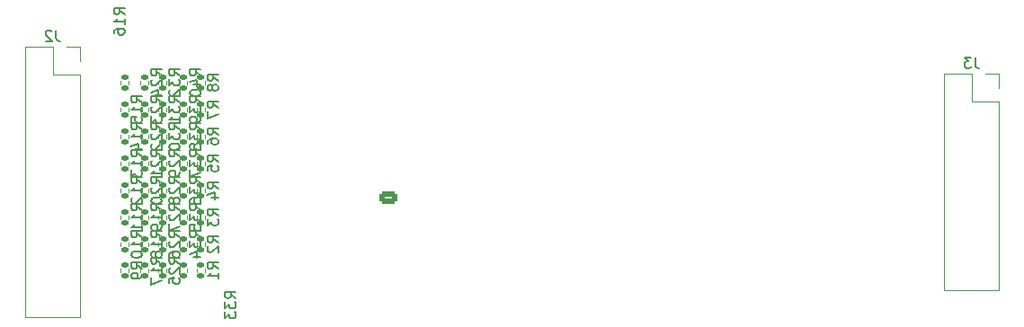
<source format=gbr>
%TF.GenerationSoftware,KiCad,Pcbnew,8.0.3*%
%TF.CreationDate,2025-07-14T16:29:20+02:00*%
%TF.ProjectId,ScxhrittmotorBoard,53637868-7269-4747-946d-6f746f72426f,rev?*%
%TF.SameCoordinates,Original*%
%TF.FileFunction,Legend,Bot*%
%TF.FilePolarity,Positive*%
%FSLAX46Y46*%
G04 Gerber Fmt 4.6, Leading zero omitted, Abs format (unit mm)*
G04 Created by KiCad (PCBNEW 8.0.3) date 2025-07-14 16:29:20*
%MOMM*%
%LPD*%
G01*
G04 APERTURE LIST*
G04 Aperture macros list*
%AMRoundRect*
0 Rectangle with rounded corners*
0 $1 Rounding radius*
0 $2 $3 $4 $5 $6 $7 $8 $9 X,Y pos of 4 corners*
0 Add a 4 corners polygon primitive as box body*
4,1,4,$2,$3,$4,$5,$6,$7,$8,$9,$2,$3,0*
0 Add four circle primitives for the rounded corners*
1,1,$1+$1,$2,$3*
1,1,$1+$1,$4,$5*
1,1,$1+$1,$6,$7*
1,1,$1+$1,$8,$9*
0 Add four rect primitives between the rounded corners*
20,1,$1+$1,$2,$3,$4,$5,0*
20,1,$1+$1,$4,$5,$6,$7,0*
20,1,$1+$1,$6,$7,$8,$9,0*
20,1,$1+$1,$8,$9,$2,$3,0*%
G04 Aperture macros list end*
%ADD10C,0.150000*%
%ADD11C,0.120000*%
%ADD12RoundRect,0.250000X0.625000X-0.350000X0.625000X0.350000X-0.625000X0.350000X-0.625000X-0.350000X0*%
%ADD13O,1.750000X1.200000*%
%ADD14RoundRect,0.135000X0.185000X-0.135000X0.185000X0.135000X-0.185000X0.135000X-0.185000X-0.135000X0*%
%ADD15R,1.700000X1.700000*%
%ADD16O,1.700000X1.700000*%
G04 APERTURE END LIST*
D10*
X117853346Y-98820879D02*
X117377155Y-98487546D01*
X117853346Y-98249451D02*
X116853346Y-98249451D01*
X116853346Y-98249451D02*
X116853346Y-98630403D01*
X116853346Y-98630403D02*
X116900965Y-98725641D01*
X116900965Y-98725641D02*
X116948584Y-98773260D01*
X116948584Y-98773260D02*
X117043822Y-98820879D01*
X117043822Y-98820879D02*
X117186679Y-98820879D01*
X117186679Y-98820879D02*
X117281917Y-98773260D01*
X117281917Y-98773260D02*
X117329536Y-98725641D01*
X117329536Y-98725641D02*
X117377155Y-98630403D01*
X117377155Y-98630403D02*
X117377155Y-98249451D01*
X117186679Y-99678022D02*
X117853346Y-99678022D01*
X116805727Y-99439927D02*
X117520012Y-99201832D01*
X117520012Y-99201832D02*
X117520012Y-99820879D01*
X110665146Y-103424688D02*
X110188955Y-103091355D01*
X110665146Y-102853260D02*
X109665146Y-102853260D01*
X109665146Y-102853260D02*
X109665146Y-103234212D01*
X109665146Y-103234212D02*
X109712765Y-103329450D01*
X109712765Y-103329450D02*
X109760384Y-103377069D01*
X109760384Y-103377069D02*
X109855622Y-103424688D01*
X109855622Y-103424688D02*
X109998479Y-103424688D01*
X109998479Y-103424688D02*
X110093717Y-103377069D01*
X110093717Y-103377069D02*
X110141336Y-103329450D01*
X110141336Y-103329450D02*
X110188955Y-103234212D01*
X110188955Y-103234212D02*
X110188955Y-102853260D01*
X110665146Y-104377069D02*
X110665146Y-103805641D01*
X110665146Y-104091355D02*
X109665146Y-104091355D01*
X109665146Y-104091355D02*
X109808003Y-103996117D01*
X109808003Y-103996117D02*
X109903241Y-103900879D01*
X109903241Y-103900879D02*
X109950860Y-103805641D01*
X109665146Y-104996117D02*
X109665146Y-105091355D01*
X109665146Y-105091355D02*
X109712765Y-105186593D01*
X109712765Y-105186593D02*
X109760384Y-105234212D01*
X109760384Y-105234212D02*
X109855622Y-105281831D01*
X109855622Y-105281831D02*
X110046098Y-105329450D01*
X110046098Y-105329450D02*
X110284193Y-105329450D01*
X110284193Y-105329450D02*
X110474669Y-105281831D01*
X110474669Y-105281831D02*
X110569907Y-105234212D01*
X110569907Y-105234212D02*
X110617527Y-105186593D01*
X110617527Y-105186593D02*
X110665146Y-105091355D01*
X110665146Y-105091355D02*
X110665146Y-104996117D01*
X110665146Y-104996117D02*
X110617527Y-104900879D01*
X110617527Y-104900879D02*
X110569907Y-104853260D01*
X110569907Y-104853260D02*
X110474669Y-104805641D01*
X110474669Y-104805641D02*
X110284193Y-104758022D01*
X110284193Y-104758022D02*
X110046098Y-104758022D01*
X110046098Y-104758022D02*
X109855622Y-104805641D01*
X109855622Y-104805641D02*
X109760384Y-104853260D01*
X109760384Y-104853260D02*
X109712765Y-104900879D01*
X109712765Y-104900879D02*
X109665146Y-104996117D01*
X114221146Y-105913888D02*
X113744955Y-105580555D01*
X114221146Y-105342460D02*
X113221146Y-105342460D01*
X113221146Y-105342460D02*
X113221146Y-105723412D01*
X113221146Y-105723412D02*
X113268765Y-105818650D01*
X113268765Y-105818650D02*
X113316384Y-105866269D01*
X113316384Y-105866269D02*
X113411622Y-105913888D01*
X113411622Y-105913888D02*
X113554479Y-105913888D01*
X113554479Y-105913888D02*
X113649717Y-105866269D01*
X113649717Y-105866269D02*
X113697336Y-105818650D01*
X113697336Y-105818650D02*
X113744955Y-105723412D01*
X113744955Y-105723412D02*
X113744955Y-105342460D01*
X113316384Y-106294841D02*
X113268765Y-106342460D01*
X113268765Y-106342460D02*
X113221146Y-106437698D01*
X113221146Y-106437698D02*
X113221146Y-106675793D01*
X113221146Y-106675793D02*
X113268765Y-106771031D01*
X113268765Y-106771031D02*
X113316384Y-106818650D01*
X113316384Y-106818650D02*
X113411622Y-106866269D01*
X113411622Y-106866269D02*
X113506860Y-106866269D01*
X113506860Y-106866269D02*
X113649717Y-106818650D01*
X113649717Y-106818650D02*
X114221146Y-106247222D01*
X114221146Y-106247222D02*
X114221146Y-106866269D01*
X113221146Y-107771031D02*
X113221146Y-107294841D01*
X113221146Y-107294841D02*
X113697336Y-107247222D01*
X113697336Y-107247222D02*
X113649717Y-107294841D01*
X113649717Y-107294841D02*
X113602098Y-107390079D01*
X113602098Y-107390079D02*
X113602098Y-107628174D01*
X113602098Y-107628174D02*
X113649717Y-107723412D01*
X113649717Y-107723412D02*
X113697336Y-107771031D01*
X113697336Y-107771031D02*
X113792574Y-107818650D01*
X113792574Y-107818650D02*
X114030669Y-107818650D01*
X114030669Y-107818650D02*
X114125907Y-107771031D01*
X114125907Y-107771031D02*
X114173527Y-107723412D01*
X114173527Y-107723412D02*
X114221146Y-107628174D01*
X114221146Y-107628174D02*
X114221146Y-107390079D01*
X114221146Y-107390079D02*
X114173527Y-107294841D01*
X114173527Y-107294841D02*
X114125907Y-107247222D01*
X112544746Y-93264688D02*
X112068555Y-92931355D01*
X112544746Y-92693260D02*
X111544746Y-92693260D01*
X111544746Y-92693260D02*
X111544746Y-93074212D01*
X111544746Y-93074212D02*
X111592365Y-93169450D01*
X111592365Y-93169450D02*
X111639984Y-93217069D01*
X111639984Y-93217069D02*
X111735222Y-93264688D01*
X111735222Y-93264688D02*
X111878079Y-93264688D01*
X111878079Y-93264688D02*
X111973317Y-93217069D01*
X111973317Y-93217069D02*
X112020936Y-93169450D01*
X112020936Y-93169450D02*
X112068555Y-93074212D01*
X112068555Y-93074212D02*
X112068555Y-92693260D01*
X111639984Y-93645641D02*
X111592365Y-93693260D01*
X111592365Y-93693260D02*
X111544746Y-93788498D01*
X111544746Y-93788498D02*
X111544746Y-94026593D01*
X111544746Y-94026593D02*
X111592365Y-94121831D01*
X111592365Y-94121831D02*
X111639984Y-94169450D01*
X111639984Y-94169450D02*
X111735222Y-94217069D01*
X111735222Y-94217069D02*
X111830460Y-94217069D01*
X111830460Y-94217069D02*
X111973317Y-94169450D01*
X111973317Y-94169450D02*
X112544746Y-93598022D01*
X112544746Y-93598022D02*
X112544746Y-94217069D01*
X111639984Y-94598022D02*
X111592365Y-94645641D01*
X111592365Y-94645641D02*
X111544746Y-94740879D01*
X111544746Y-94740879D02*
X111544746Y-94978974D01*
X111544746Y-94978974D02*
X111592365Y-95074212D01*
X111592365Y-95074212D02*
X111639984Y-95121831D01*
X111639984Y-95121831D02*
X111735222Y-95169450D01*
X111735222Y-95169450D02*
X111830460Y-95169450D01*
X111830460Y-95169450D02*
X111973317Y-95121831D01*
X111973317Y-95121831D02*
X112544746Y-94550403D01*
X112544746Y-94550403D02*
X112544746Y-95169450D01*
X117853346Y-93740879D02*
X117377155Y-93407546D01*
X117853346Y-93169451D02*
X116853346Y-93169451D01*
X116853346Y-93169451D02*
X116853346Y-93550403D01*
X116853346Y-93550403D02*
X116900965Y-93645641D01*
X116900965Y-93645641D02*
X116948584Y-93693260D01*
X116948584Y-93693260D02*
X117043822Y-93740879D01*
X117043822Y-93740879D02*
X117186679Y-93740879D01*
X117186679Y-93740879D02*
X117281917Y-93693260D01*
X117281917Y-93693260D02*
X117329536Y-93645641D01*
X117329536Y-93645641D02*
X117377155Y-93550403D01*
X117377155Y-93550403D02*
X117377155Y-93169451D01*
X116853346Y-94598022D02*
X116853346Y-94407546D01*
X116853346Y-94407546D02*
X116900965Y-94312308D01*
X116900965Y-94312308D02*
X116948584Y-94264689D01*
X116948584Y-94264689D02*
X117091441Y-94169451D01*
X117091441Y-94169451D02*
X117281917Y-94121832D01*
X117281917Y-94121832D02*
X117662869Y-94121832D01*
X117662869Y-94121832D02*
X117758107Y-94169451D01*
X117758107Y-94169451D02*
X117805727Y-94217070D01*
X117805727Y-94217070D02*
X117853346Y-94312308D01*
X117853346Y-94312308D02*
X117853346Y-94502784D01*
X117853346Y-94502784D02*
X117805727Y-94598022D01*
X117805727Y-94598022D02*
X117758107Y-94645641D01*
X117758107Y-94645641D02*
X117662869Y-94693260D01*
X117662869Y-94693260D02*
X117424774Y-94693260D01*
X117424774Y-94693260D02*
X117329536Y-94645641D01*
X117329536Y-94645641D02*
X117281917Y-94598022D01*
X117281917Y-94598022D02*
X117234298Y-94502784D01*
X117234298Y-94502784D02*
X117234298Y-94312308D01*
X117234298Y-94312308D02*
X117281917Y-94217070D01*
X117281917Y-94217070D02*
X117329536Y-94169451D01*
X117329536Y-94169451D02*
X117424774Y-94121832D01*
X117853346Y-106390079D02*
X117377155Y-106056746D01*
X117853346Y-105818651D02*
X116853346Y-105818651D01*
X116853346Y-105818651D02*
X116853346Y-106199603D01*
X116853346Y-106199603D02*
X116900965Y-106294841D01*
X116900965Y-106294841D02*
X116948584Y-106342460D01*
X116948584Y-106342460D02*
X117043822Y-106390079D01*
X117043822Y-106390079D02*
X117186679Y-106390079D01*
X117186679Y-106390079D02*
X117281917Y-106342460D01*
X117281917Y-106342460D02*
X117329536Y-106294841D01*
X117329536Y-106294841D02*
X117377155Y-106199603D01*
X117377155Y-106199603D02*
X117377155Y-105818651D01*
X117853346Y-107342460D02*
X117853346Y-106771032D01*
X117853346Y-107056746D02*
X116853346Y-107056746D01*
X116853346Y-107056746D02*
X116996203Y-106961508D01*
X116996203Y-106961508D02*
X117091441Y-106866270D01*
X117091441Y-106866270D02*
X117139060Y-106771032D01*
X110665146Y-98344688D02*
X110188955Y-98011355D01*
X110665146Y-97773260D02*
X109665146Y-97773260D01*
X109665146Y-97773260D02*
X109665146Y-98154212D01*
X109665146Y-98154212D02*
X109712765Y-98249450D01*
X109712765Y-98249450D02*
X109760384Y-98297069D01*
X109760384Y-98297069D02*
X109855622Y-98344688D01*
X109855622Y-98344688D02*
X109998479Y-98344688D01*
X109998479Y-98344688D02*
X110093717Y-98297069D01*
X110093717Y-98297069D02*
X110141336Y-98249450D01*
X110141336Y-98249450D02*
X110188955Y-98154212D01*
X110188955Y-98154212D02*
X110188955Y-97773260D01*
X110665146Y-99297069D02*
X110665146Y-98725641D01*
X110665146Y-99011355D02*
X109665146Y-99011355D01*
X109665146Y-99011355D02*
X109808003Y-98916117D01*
X109808003Y-98916117D02*
X109903241Y-98820879D01*
X109903241Y-98820879D02*
X109950860Y-98725641D01*
X109760384Y-99678022D02*
X109712765Y-99725641D01*
X109712765Y-99725641D02*
X109665146Y-99820879D01*
X109665146Y-99820879D02*
X109665146Y-100058974D01*
X109665146Y-100058974D02*
X109712765Y-100154212D01*
X109712765Y-100154212D02*
X109760384Y-100201831D01*
X109760384Y-100201831D02*
X109855622Y-100249450D01*
X109855622Y-100249450D02*
X109950860Y-100249450D01*
X109950860Y-100249450D02*
X110093717Y-100201831D01*
X110093717Y-100201831D02*
X110665146Y-99630403D01*
X110665146Y-99630403D02*
X110665146Y-100249450D01*
X117853346Y-103900879D02*
X117377155Y-103567546D01*
X117853346Y-103329451D02*
X116853346Y-103329451D01*
X116853346Y-103329451D02*
X116853346Y-103710403D01*
X116853346Y-103710403D02*
X116900965Y-103805641D01*
X116900965Y-103805641D02*
X116948584Y-103853260D01*
X116948584Y-103853260D02*
X117043822Y-103900879D01*
X117043822Y-103900879D02*
X117186679Y-103900879D01*
X117186679Y-103900879D02*
X117281917Y-103853260D01*
X117281917Y-103853260D02*
X117329536Y-103805641D01*
X117329536Y-103805641D02*
X117377155Y-103710403D01*
X117377155Y-103710403D02*
X117377155Y-103329451D01*
X116948584Y-104281832D02*
X116900965Y-104329451D01*
X116900965Y-104329451D02*
X116853346Y-104424689D01*
X116853346Y-104424689D02*
X116853346Y-104662784D01*
X116853346Y-104662784D02*
X116900965Y-104758022D01*
X116900965Y-104758022D02*
X116948584Y-104805641D01*
X116948584Y-104805641D02*
X117043822Y-104853260D01*
X117043822Y-104853260D02*
X117139060Y-104853260D01*
X117139060Y-104853260D02*
X117281917Y-104805641D01*
X117281917Y-104805641D02*
X117853346Y-104234213D01*
X117853346Y-104234213D02*
X117853346Y-104853260D01*
X116202346Y-103424688D02*
X115726155Y-103091355D01*
X116202346Y-102853260D02*
X115202346Y-102853260D01*
X115202346Y-102853260D02*
X115202346Y-103234212D01*
X115202346Y-103234212D02*
X115249965Y-103329450D01*
X115249965Y-103329450D02*
X115297584Y-103377069D01*
X115297584Y-103377069D02*
X115392822Y-103424688D01*
X115392822Y-103424688D02*
X115535679Y-103424688D01*
X115535679Y-103424688D02*
X115630917Y-103377069D01*
X115630917Y-103377069D02*
X115678536Y-103329450D01*
X115678536Y-103329450D02*
X115726155Y-103234212D01*
X115726155Y-103234212D02*
X115726155Y-102853260D01*
X115202346Y-103758022D02*
X115202346Y-104377069D01*
X115202346Y-104377069D02*
X115583298Y-104043736D01*
X115583298Y-104043736D02*
X115583298Y-104186593D01*
X115583298Y-104186593D02*
X115630917Y-104281831D01*
X115630917Y-104281831D02*
X115678536Y-104329450D01*
X115678536Y-104329450D02*
X115773774Y-104377069D01*
X115773774Y-104377069D02*
X116011869Y-104377069D01*
X116011869Y-104377069D02*
X116107107Y-104329450D01*
X116107107Y-104329450D02*
X116154727Y-104281831D01*
X116154727Y-104281831D02*
X116202346Y-104186593D01*
X116202346Y-104186593D02*
X116202346Y-103900879D01*
X116202346Y-103900879D02*
X116154727Y-103805641D01*
X116154727Y-103805641D02*
X116107107Y-103758022D01*
X115535679Y-105234212D02*
X116202346Y-105234212D01*
X115154727Y-104996117D02*
X115869012Y-104758022D01*
X115869012Y-104758022D02*
X115869012Y-105377069D01*
X110665146Y-90724688D02*
X110188955Y-90391355D01*
X110665146Y-90153260D02*
X109665146Y-90153260D01*
X109665146Y-90153260D02*
X109665146Y-90534212D01*
X109665146Y-90534212D02*
X109712765Y-90629450D01*
X109712765Y-90629450D02*
X109760384Y-90677069D01*
X109760384Y-90677069D02*
X109855622Y-90724688D01*
X109855622Y-90724688D02*
X109998479Y-90724688D01*
X109998479Y-90724688D02*
X110093717Y-90677069D01*
X110093717Y-90677069D02*
X110141336Y-90629450D01*
X110141336Y-90629450D02*
X110188955Y-90534212D01*
X110188955Y-90534212D02*
X110188955Y-90153260D01*
X110665146Y-91677069D02*
X110665146Y-91105641D01*
X110665146Y-91391355D02*
X109665146Y-91391355D01*
X109665146Y-91391355D02*
X109808003Y-91296117D01*
X109808003Y-91296117D02*
X109903241Y-91200879D01*
X109903241Y-91200879D02*
X109950860Y-91105641D01*
X109665146Y-92581831D02*
X109665146Y-92105641D01*
X109665146Y-92105641D02*
X110141336Y-92058022D01*
X110141336Y-92058022D02*
X110093717Y-92105641D01*
X110093717Y-92105641D02*
X110046098Y-92200879D01*
X110046098Y-92200879D02*
X110046098Y-92438974D01*
X110046098Y-92438974D02*
X110093717Y-92534212D01*
X110093717Y-92534212D02*
X110141336Y-92581831D01*
X110141336Y-92581831D02*
X110236574Y-92629450D01*
X110236574Y-92629450D02*
X110474669Y-92629450D01*
X110474669Y-92629450D02*
X110569907Y-92581831D01*
X110569907Y-92581831D02*
X110617527Y-92534212D01*
X110617527Y-92534212D02*
X110665146Y-92438974D01*
X110665146Y-92438974D02*
X110665146Y-92200879D01*
X110665146Y-92200879D02*
X110617527Y-92105641D01*
X110617527Y-92105641D02*
X110569907Y-92058022D01*
X116202346Y-95804688D02*
X115726155Y-95471355D01*
X116202346Y-95233260D02*
X115202346Y-95233260D01*
X115202346Y-95233260D02*
X115202346Y-95614212D01*
X115202346Y-95614212D02*
X115249965Y-95709450D01*
X115249965Y-95709450D02*
X115297584Y-95757069D01*
X115297584Y-95757069D02*
X115392822Y-95804688D01*
X115392822Y-95804688D02*
X115535679Y-95804688D01*
X115535679Y-95804688D02*
X115630917Y-95757069D01*
X115630917Y-95757069D02*
X115678536Y-95709450D01*
X115678536Y-95709450D02*
X115726155Y-95614212D01*
X115726155Y-95614212D02*
X115726155Y-95233260D01*
X115202346Y-96138022D02*
X115202346Y-96757069D01*
X115202346Y-96757069D02*
X115583298Y-96423736D01*
X115583298Y-96423736D02*
X115583298Y-96566593D01*
X115583298Y-96566593D02*
X115630917Y-96661831D01*
X115630917Y-96661831D02*
X115678536Y-96709450D01*
X115678536Y-96709450D02*
X115773774Y-96757069D01*
X115773774Y-96757069D02*
X116011869Y-96757069D01*
X116011869Y-96757069D02*
X116107107Y-96709450D01*
X116107107Y-96709450D02*
X116154727Y-96661831D01*
X116154727Y-96661831D02*
X116202346Y-96566593D01*
X116202346Y-96566593D02*
X116202346Y-96280879D01*
X116202346Y-96280879D02*
X116154727Y-96185641D01*
X116154727Y-96185641D02*
X116107107Y-96138022D01*
X115202346Y-97090403D02*
X115202346Y-97757069D01*
X115202346Y-97757069D02*
X116202346Y-97328498D01*
X112544746Y-95804688D02*
X112068555Y-95471355D01*
X112544746Y-95233260D02*
X111544746Y-95233260D01*
X111544746Y-95233260D02*
X111544746Y-95614212D01*
X111544746Y-95614212D02*
X111592365Y-95709450D01*
X111592365Y-95709450D02*
X111639984Y-95757069D01*
X111639984Y-95757069D02*
X111735222Y-95804688D01*
X111735222Y-95804688D02*
X111878079Y-95804688D01*
X111878079Y-95804688D02*
X111973317Y-95757069D01*
X111973317Y-95757069D02*
X112020936Y-95709450D01*
X112020936Y-95709450D02*
X112068555Y-95614212D01*
X112068555Y-95614212D02*
X112068555Y-95233260D01*
X111639984Y-96185641D02*
X111592365Y-96233260D01*
X111592365Y-96233260D02*
X111544746Y-96328498D01*
X111544746Y-96328498D02*
X111544746Y-96566593D01*
X111544746Y-96566593D02*
X111592365Y-96661831D01*
X111592365Y-96661831D02*
X111639984Y-96709450D01*
X111639984Y-96709450D02*
X111735222Y-96757069D01*
X111735222Y-96757069D02*
X111830460Y-96757069D01*
X111830460Y-96757069D02*
X111973317Y-96709450D01*
X111973317Y-96709450D02*
X112544746Y-96138022D01*
X112544746Y-96138022D02*
X112544746Y-96757069D01*
X112544746Y-97709450D02*
X112544746Y-97138022D01*
X112544746Y-97423736D02*
X111544746Y-97423736D01*
X111544746Y-97423736D02*
X111687603Y-97328498D01*
X111687603Y-97328498D02*
X111782841Y-97233260D01*
X111782841Y-97233260D02*
X111830460Y-97138022D01*
X110665146Y-95804688D02*
X110188955Y-95471355D01*
X110665146Y-95233260D02*
X109665146Y-95233260D01*
X109665146Y-95233260D02*
X109665146Y-95614212D01*
X109665146Y-95614212D02*
X109712765Y-95709450D01*
X109712765Y-95709450D02*
X109760384Y-95757069D01*
X109760384Y-95757069D02*
X109855622Y-95804688D01*
X109855622Y-95804688D02*
X109998479Y-95804688D01*
X109998479Y-95804688D02*
X110093717Y-95757069D01*
X110093717Y-95757069D02*
X110141336Y-95709450D01*
X110141336Y-95709450D02*
X110188955Y-95614212D01*
X110188955Y-95614212D02*
X110188955Y-95233260D01*
X110665146Y-96757069D02*
X110665146Y-96185641D01*
X110665146Y-96471355D02*
X109665146Y-96471355D01*
X109665146Y-96471355D02*
X109808003Y-96376117D01*
X109808003Y-96376117D02*
X109903241Y-96280879D01*
X109903241Y-96280879D02*
X109950860Y-96185641D01*
X109665146Y-97090403D02*
X109665146Y-97709450D01*
X109665146Y-97709450D02*
X110046098Y-97376117D01*
X110046098Y-97376117D02*
X110046098Y-97518974D01*
X110046098Y-97518974D02*
X110093717Y-97614212D01*
X110093717Y-97614212D02*
X110141336Y-97661831D01*
X110141336Y-97661831D02*
X110236574Y-97709450D01*
X110236574Y-97709450D02*
X110474669Y-97709450D01*
X110474669Y-97709450D02*
X110569907Y-97661831D01*
X110569907Y-97661831D02*
X110617527Y-97614212D01*
X110617527Y-97614212D02*
X110665146Y-97518974D01*
X110665146Y-97518974D02*
X110665146Y-97233260D01*
X110665146Y-97233260D02*
X110617527Y-97138022D01*
X110617527Y-97138022D02*
X110569907Y-97090403D01*
X114221146Y-95804688D02*
X113744955Y-95471355D01*
X114221146Y-95233260D02*
X113221146Y-95233260D01*
X113221146Y-95233260D02*
X113221146Y-95614212D01*
X113221146Y-95614212D02*
X113268765Y-95709450D01*
X113268765Y-95709450D02*
X113316384Y-95757069D01*
X113316384Y-95757069D02*
X113411622Y-95804688D01*
X113411622Y-95804688D02*
X113554479Y-95804688D01*
X113554479Y-95804688D02*
X113649717Y-95757069D01*
X113649717Y-95757069D02*
X113697336Y-95709450D01*
X113697336Y-95709450D02*
X113744955Y-95614212D01*
X113744955Y-95614212D02*
X113744955Y-95233260D01*
X113316384Y-96185641D02*
X113268765Y-96233260D01*
X113268765Y-96233260D02*
X113221146Y-96328498D01*
X113221146Y-96328498D02*
X113221146Y-96566593D01*
X113221146Y-96566593D02*
X113268765Y-96661831D01*
X113268765Y-96661831D02*
X113316384Y-96709450D01*
X113316384Y-96709450D02*
X113411622Y-96757069D01*
X113411622Y-96757069D02*
X113506860Y-96757069D01*
X113506860Y-96757069D02*
X113649717Y-96709450D01*
X113649717Y-96709450D02*
X114221146Y-96138022D01*
X114221146Y-96138022D02*
X114221146Y-96757069D01*
X114221146Y-97233260D02*
X114221146Y-97423736D01*
X114221146Y-97423736D02*
X114173527Y-97518974D01*
X114173527Y-97518974D02*
X114125907Y-97566593D01*
X114125907Y-97566593D02*
X113983050Y-97661831D01*
X113983050Y-97661831D02*
X113792574Y-97709450D01*
X113792574Y-97709450D02*
X113411622Y-97709450D01*
X113411622Y-97709450D02*
X113316384Y-97661831D01*
X113316384Y-97661831D02*
X113268765Y-97614212D01*
X113268765Y-97614212D02*
X113221146Y-97518974D01*
X113221146Y-97518974D02*
X113221146Y-97328498D01*
X113221146Y-97328498D02*
X113268765Y-97233260D01*
X113268765Y-97233260D02*
X113316384Y-97185641D01*
X113316384Y-97185641D02*
X113411622Y-97138022D01*
X113411622Y-97138022D02*
X113649717Y-97138022D01*
X113649717Y-97138022D02*
X113744955Y-97185641D01*
X113744955Y-97185641D02*
X113792574Y-97233260D01*
X113792574Y-97233260D02*
X113840193Y-97328498D01*
X113840193Y-97328498D02*
X113840193Y-97518974D01*
X113840193Y-97518974D02*
X113792574Y-97614212D01*
X113792574Y-97614212D02*
X113744955Y-97661831D01*
X113744955Y-97661831D02*
X113649717Y-97709450D01*
X119502746Y-109165088D02*
X119026555Y-108831755D01*
X119502746Y-108593660D02*
X118502746Y-108593660D01*
X118502746Y-108593660D02*
X118502746Y-108974612D01*
X118502746Y-108974612D02*
X118550365Y-109069850D01*
X118550365Y-109069850D02*
X118597984Y-109117469D01*
X118597984Y-109117469D02*
X118693222Y-109165088D01*
X118693222Y-109165088D02*
X118836079Y-109165088D01*
X118836079Y-109165088D02*
X118931317Y-109117469D01*
X118931317Y-109117469D02*
X118978936Y-109069850D01*
X118978936Y-109069850D02*
X119026555Y-108974612D01*
X119026555Y-108974612D02*
X119026555Y-108593660D01*
X118502746Y-109498422D02*
X118502746Y-110117469D01*
X118502746Y-110117469D02*
X118883698Y-109784136D01*
X118883698Y-109784136D02*
X118883698Y-109926993D01*
X118883698Y-109926993D02*
X118931317Y-110022231D01*
X118931317Y-110022231D02*
X118978936Y-110069850D01*
X118978936Y-110069850D02*
X119074174Y-110117469D01*
X119074174Y-110117469D02*
X119312269Y-110117469D01*
X119312269Y-110117469D02*
X119407507Y-110069850D01*
X119407507Y-110069850D02*
X119455127Y-110022231D01*
X119455127Y-110022231D02*
X119502746Y-109926993D01*
X119502746Y-109926993D02*
X119502746Y-109641279D01*
X119502746Y-109641279D02*
X119455127Y-109546041D01*
X119455127Y-109546041D02*
X119407507Y-109498422D01*
X118502746Y-110450803D02*
X118502746Y-111069850D01*
X118502746Y-111069850D02*
X118883698Y-110736517D01*
X118883698Y-110736517D02*
X118883698Y-110879374D01*
X118883698Y-110879374D02*
X118931317Y-110974612D01*
X118931317Y-110974612D02*
X118978936Y-111022231D01*
X118978936Y-111022231D02*
X119074174Y-111069850D01*
X119074174Y-111069850D02*
X119312269Y-111069850D01*
X119312269Y-111069850D02*
X119407507Y-111022231D01*
X119407507Y-111022231D02*
X119455127Y-110974612D01*
X119455127Y-110974612D02*
X119502746Y-110879374D01*
X119502746Y-110879374D02*
X119502746Y-110593660D01*
X119502746Y-110593660D02*
X119455127Y-110498422D01*
X119455127Y-110498422D02*
X119407507Y-110450803D01*
X110665146Y-106390079D02*
X110188955Y-106056746D01*
X110665146Y-105818651D02*
X109665146Y-105818651D01*
X109665146Y-105818651D02*
X109665146Y-106199603D01*
X109665146Y-106199603D02*
X109712765Y-106294841D01*
X109712765Y-106294841D02*
X109760384Y-106342460D01*
X109760384Y-106342460D02*
X109855622Y-106390079D01*
X109855622Y-106390079D02*
X109998479Y-106390079D01*
X109998479Y-106390079D02*
X110093717Y-106342460D01*
X110093717Y-106342460D02*
X110141336Y-106294841D01*
X110141336Y-106294841D02*
X110188955Y-106199603D01*
X110188955Y-106199603D02*
X110188955Y-105818651D01*
X110665146Y-106866270D02*
X110665146Y-107056746D01*
X110665146Y-107056746D02*
X110617527Y-107151984D01*
X110617527Y-107151984D02*
X110569907Y-107199603D01*
X110569907Y-107199603D02*
X110427050Y-107294841D01*
X110427050Y-107294841D02*
X110236574Y-107342460D01*
X110236574Y-107342460D02*
X109855622Y-107342460D01*
X109855622Y-107342460D02*
X109760384Y-107294841D01*
X109760384Y-107294841D02*
X109712765Y-107247222D01*
X109712765Y-107247222D02*
X109665146Y-107151984D01*
X109665146Y-107151984D02*
X109665146Y-106961508D01*
X109665146Y-106961508D02*
X109712765Y-106866270D01*
X109712765Y-106866270D02*
X109760384Y-106818651D01*
X109760384Y-106818651D02*
X109855622Y-106771032D01*
X109855622Y-106771032D02*
X110093717Y-106771032D01*
X110093717Y-106771032D02*
X110188955Y-106818651D01*
X110188955Y-106818651D02*
X110236574Y-106866270D01*
X110236574Y-106866270D02*
X110284193Y-106961508D01*
X110284193Y-106961508D02*
X110284193Y-107151984D01*
X110284193Y-107151984D02*
X110236574Y-107247222D01*
X110236574Y-107247222D02*
X110188955Y-107294841D01*
X110188955Y-107294841D02*
X110093717Y-107342460D01*
X114221146Y-93264688D02*
X113744955Y-92931355D01*
X114221146Y-92693260D02*
X113221146Y-92693260D01*
X113221146Y-92693260D02*
X113221146Y-93074212D01*
X113221146Y-93074212D02*
X113268765Y-93169450D01*
X113268765Y-93169450D02*
X113316384Y-93217069D01*
X113316384Y-93217069D02*
X113411622Y-93264688D01*
X113411622Y-93264688D02*
X113554479Y-93264688D01*
X113554479Y-93264688D02*
X113649717Y-93217069D01*
X113649717Y-93217069D02*
X113697336Y-93169450D01*
X113697336Y-93169450D02*
X113744955Y-93074212D01*
X113744955Y-93074212D02*
X113744955Y-92693260D01*
X113221146Y-93598022D02*
X113221146Y-94217069D01*
X113221146Y-94217069D02*
X113602098Y-93883736D01*
X113602098Y-93883736D02*
X113602098Y-94026593D01*
X113602098Y-94026593D02*
X113649717Y-94121831D01*
X113649717Y-94121831D02*
X113697336Y-94169450D01*
X113697336Y-94169450D02*
X113792574Y-94217069D01*
X113792574Y-94217069D02*
X114030669Y-94217069D01*
X114030669Y-94217069D02*
X114125907Y-94169450D01*
X114125907Y-94169450D02*
X114173527Y-94121831D01*
X114173527Y-94121831D02*
X114221146Y-94026593D01*
X114221146Y-94026593D02*
X114221146Y-93740879D01*
X114221146Y-93740879D02*
X114173527Y-93645641D01*
X114173527Y-93645641D02*
X114125907Y-93598022D01*
X113221146Y-94836117D02*
X113221146Y-94931355D01*
X113221146Y-94931355D02*
X113268765Y-95026593D01*
X113268765Y-95026593D02*
X113316384Y-95074212D01*
X113316384Y-95074212D02*
X113411622Y-95121831D01*
X113411622Y-95121831D02*
X113602098Y-95169450D01*
X113602098Y-95169450D02*
X113840193Y-95169450D01*
X113840193Y-95169450D02*
X114030669Y-95121831D01*
X114030669Y-95121831D02*
X114125907Y-95074212D01*
X114125907Y-95074212D02*
X114173527Y-95026593D01*
X114173527Y-95026593D02*
X114221146Y-94931355D01*
X114221146Y-94931355D02*
X114221146Y-94836117D01*
X114221146Y-94836117D02*
X114173527Y-94740879D01*
X114173527Y-94740879D02*
X114125907Y-94693260D01*
X114125907Y-94693260D02*
X114030669Y-94645641D01*
X114030669Y-94645641D02*
X113840193Y-94598022D01*
X113840193Y-94598022D02*
X113602098Y-94598022D01*
X113602098Y-94598022D02*
X113411622Y-94645641D01*
X113411622Y-94645641D02*
X113316384Y-94693260D01*
X113316384Y-94693260D02*
X113268765Y-94740879D01*
X113268765Y-94740879D02*
X113221146Y-94836117D01*
X112544746Y-105913888D02*
X112068555Y-105580555D01*
X112544746Y-105342460D02*
X111544746Y-105342460D01*
X111544746Y-105342460D02*
X111544746Y-105723412D01*
X111544746Y-105723412D02*
X111592365Y-105818650D01*
X111592365Y-105818650D02*
X111639984Y-105866269D01*
X111639984Y-105866269D02*
X111735222Y-105913888D01*
X111735222Y-105913888D02*
X111878079Y-105913888D01*
X111878079Y-105913888D02*
X111973317Y-105866269D01*
X111973317Y-105866269D02*
X112020936Y-105818650D01*
X112020936Y-105818650D02*
X112068555Y-105723412D01*
X112068555Y-105723412D02*
X112068555Y-105342460D01*
X112544746Y-106866269D02*
X112544746Y-106294841D01*
X112544746Y-106580555D02*
X111544746Y-106580555D01*
X111544746Y-106580555D02*
X111687603Y-106485317D01*
X111687603Y-106485317D02*
X111782841Y-106390079D01*
X111782841Y-106390079D02*
X111830460Y-106294841D01*
X111544746Y-107199603D02*
X111544746Y-107866269D01*
X111544746Y-107866269D02*
X112544746Y-107437698D01*
X117853346Y-96280879D02*
X117377155Y-95947546D01*
X117853346Y-95709451D02*
X116853346Y-95709451D01*
X116853346Y-95709451D02*
X116853346Y-96090403D01*
X116853346Y-96090403D02*
X116900965Y-96185641D01*
X116900965Y-96185641D02*
X116948584Y-96233260D01*
X116948584Y-96233260D02*
X117043822Y-96280879D01*
X117043822Y-96280879D02*
X117186679Y-96280879D01*
X117186679Y-96280879D02*
X117281917Y-96233260D01*
X117281917Y-96233260D02*
X117329536Y-96185641D01*
X117329536Y-96185641D02*
X117377155Y-96090403D01*
X117377155Y-96090403D02*
X117377155Y-95709451D01*
X116853346Y-97185641D02*
X116853346Y-96709451D01*
X116853346Y-96709451D02*
X117329536Y-96661832D01*
X117329536Y-96661832D02*
X117281917Y-96709451D01*
X117281917Y-96709451D02*
X117234298Y-96804689D01*
X117234298Y-96804689D02*
X117234298Y-97042784D01*
X117234298Y-97042784D02*
X117281917Y-97138022D01*
X117281917Y-97138022D02*
X117329536Y-97185641D01*
X117329536Y-97185641D02*
X117424774Y-97233260D01*
X117424774Y-97233260D02*
X117662869Y-97233260D01*
X117662869Y-97233260D02*
X117758107Y-97185641D01*
X117758107Y-97185641D02*
X117805727Y-97138022D01*
X117805727Y-97138022D02*
X117853346Y-97042784D01*
X117853346Y-97042784D02*
X117853346Y-96804689D01*
X117853346Y-96804689D02*
X117805727Y-96709451D01*
X117805727Y-96709451D02*
X117758107Y-96661832D01*
X114221146Y-100884688D02*
X113744955Y-100551355D01*
X114221146Y-100313260D02*
X113221146Y-100313260D01*
X113221146Y-100313260D02*
X113221146Y-100694212D01*
X113221146Y-100694212D02*
X113268765Y-100789450D01*
X113268765Y-100789450D02*
X113316384Y-100837069D01*
X113316384Y-100837069D02*
X113411622Y-100884688D01*
X113411622Y-100884688D02*
X113554479Y-100884688D01*
X113554479Y-100884688D02*
X113649717Y-100837069D01*
X113649717Y-100837069D02*
X113697336Y-100789450D01*
X113697336Y-100789450D02*
X113744955Y-100694212D01*
X113744955Y-100694212D02*
X113744955Y-100313260D01*
X113316384Y-101265641D02*
X113268765Y-101313260D01*
X113268765Y-101313260D02*
X113221146Y-101408498D01*
X113221146Y-101408498D02*
X113221146Y-101646593D01*
X113221146Y-101646593D02*
X113268765Y-101741831D01*
X113268765Y-101741831D02*
X113316384Y-101789450D01*
X113316384Y-101789450D02*
X113411622Y-101837069D01*
X113411622Y-101837069D02*
X113506860Y-101837069D01*
X113506860Y-101837069D02*
X113649717Y-101789450D01*
X113649717Y-101789450D02*
X114221146Y-101218022D01*
X114221146Y-101218022D02*
X114221146Y-101837069D01*
X113221146Y-102170403D02*
X113221146Y-102837069D01*
X113221146Y-102837069D02*
X114221146Y-102408498D01*
X112544746Y-103424688D02*
X112068555Y-103091355D01*
X112544746Y-102853260D02*
X111544746Y-102853260D01*
X111544746Y-102853260D02*
X111544746Y-103234212D01*
X111544746Y-103234212D02*
X111592365Y-103329450D01*
X111592365Y-103329450D02*
X111639984Y-103377069D01*
X111639984Y-103377069D02*
X111735222Y-103424688D01*
X111735222Y-103424688D02*
X111878079Y-103424688D01*
X111878079Y-103424688D02*
X111973317Y-103377069D01*
X111973317Y-103377069D02*
X112020936Y-103329450D01*
X112020936Y-103329450D02*
X112068555Y-103234212D01*
X112068555Y-103234212D02*
X112068555Y-102853260D01*
X112544746Y-104377069D02*
X112544746Y-103805641D01*
X112544746Y-104091355D02*
X111544746Y-104091355D01*
X111544746Y-104091355D02*
X111687603Y-103996117D01*
X111687603Y-103996117D02*
X111782841Y-103900879D01*
X111782841Y-103900879D02*
X111830460Y-103805641D01*
X111973317Y-104948498D02*
X111925698Y-104853260D01*
X111925698Y-104853260D02*
X111878079Y-104805641D01*
X111878079Y-104805641D02*
X111782841Y-104758022D01*
X111782841Y-104758022D02*
X111735222Y-104758022D01*
X111735222Y-104758022D02*
X111639984Y-104805641D01*
X111639984Y-104805641D02*
X111592365Y-104853260D01*
X111592365Y-104853260D02*
X111544746Y-104948498D01*
X111544746Y-104948498D02*
X111544746Y-105138974D01*
X111544746Y-105138974D02*
X111592365Y-105234212D01*
X111592365Y-105234212D02*
X111639984Y-105281831D01*
X111639984Y-105281831D02*
X111735222Y-105329450D01*
X111735222Y-105329450D02*
X111782841Y-105329450D01*
X111782841Y-105329450D02*
X111878079Y-105281831D01*
X111878079Y-105281831D02*
X111925698Y-105234212D01*
X111925698Y-105234212D02*
X111973317Y-105138974D01*
X111973317Y-105138974D02*
X111973317Y-104948498D01*
X111973317Y-104948498D02*
X112020936Y-104853260D01*
X112020936Y-104853260D02*
X112068555Y-104805641D01*
X112068555Y-104805641D02*
X112163793Y-104758022D01*
X112163793Y-104758022D02*
X112354269Y-104758022D01*
X112354269Y-104758022D02*
X112449507Y-104805641D01*
X112449507Y-104805641D02*
X112497127Y-104853260D01*
X112497127Y-104853260D02*
X112544746Y-104948498D01*
X112544746Y-104948498D02*
X112544746Y-105138974D01*
X112544746Y-105138974D02*
X112497127Y-105234212D01*
X112497127Y-105234212D02*
X112449507Y-105281831D01*
X112449507Y-105281831D02*
X112354269Y-105329450D01*
X112354269Y-105329450D02*
X112163793Y-105329450D01*
X112163793Y-105329450D02*
X112068555Y-105281831D01*
X112068555Y-105281831D02*
X112020936Y-105234212D01*
X112020936Y-105234212D02*
X111973317Y-105138974D01*
X116202346Y-90724688D02*
X115726155Y-90391355D01*
X116202346Y-90153260D02*
X115202346Y-90153260D01*
X115202346Y-90153260D02*
X115202346Y-90534212D01*
X115202346Y-90534212D02*
X115249965Y-90629450D01*
X115249965Y-90629450D02*
X115297584Y-90677069D01*
X115297584Y-90677069D02*
X115392822Y-90724688D01*
X115392822Y-90724688D02*
X115535679Y-90724688D01*
X115535679Y-90724688D02*
X115630917Y-90677069D01*
X115630917Y-90677069D02*
X115678536Y-90629450D01*
X115678536Y-90629450D02*
X115726155Y-90534212D01*
X115726155Y-90534212D02*
X115726155Y-90153260D01*
X115202346Y-91058022D02*
X115202346Y-91677069D01*
X115202346Y-91677069D02*
X115583298Y-91343736D01*
X115583298Y-91343736D02*
X115583298Y-91486593D01*
X115583298Y-91486593D02*
X115630917Y-91581831D01*
X115630917Y-91581831D02*
X115678536Y-91629450D01*
X115678536Y-91629450D02*
X115773774Y-91677069D01*
X115773774Y-91677069D02*
X116011869Y-91677069D01*
X116011869Y-91677069D02*
X116107107Y-91629450D01*
X116107107Y-91629450D02*
X116154727Y-91581831D01*
X116154727Y-91581831D02*
X116202346Y-91486593D01*
X116202346Y-91486593D02*
X116202346Y-91200879D01*
X116202346Y-91200879D02*
X116154727Y-91105641D01*
X116154727Y-91105641D02*
X116107107Y-91058022D01*
X116202346Y-92153260D02*
X116202346Y-92343736D01*
X116202346Y-92343736D02*
X116154727Y-92438974D01*
X116154727Y-92438974D02*
X116107107Y-92486593D01*
X116107107Y-92486593D02*
X115964250Y-92581831D01*
X115964250Y-92581831D02*
X115773774Y-92629450D01*
X115773774Y-92629450D02*
X115392822Y-92629450D01*
X115392822Y-92629450D02*
X115297584Y-92581831D01*
X115297584Y-92581831D02*
X115249965Y-92534212D01*
X115249965Y-92534212D02*
X115202346Y-92438974D01*
X115202346Y-92438974D02*
X115202346Y-92248498D01*
X115202346Y-92248498D02*
X115249965Y-92153260D01*
X115249965Y-92153260D02*
X115297584Y-92105641D01*
X115297584Y-92105641D02*
X115392822Y-92058022D01*
X115392822Y-92058022D02*
X115630917Y-92058022D01*
X115630917Y-92058022D02*
X115726155Y-92105641D01*
X115726155Y-92105641D02*
X115773774Y-92153260D01*
X115773774Y-92153260D02*
X115821393Y-92248498D01*
X115821393Y-92248498D02*
X115821393Y-92438974D01*
X115821393Y-92438974D02*
X115773774Y-92534212D01*
X115773774Y-92534212D02*
X115726155Y-92581831D01*
X115726155Y-92581831D02*
X115630917Y-92629450D01*
X117853346Y-91200879D02*
X117377155Y-90867546D01*
X117853346Y-90629451D02*
X116853346Y-90629451D01*
X116853346Y-90629451D02*
X116853346Y-91010403D01*
X116853346Y-91010403D02*
X116900965Y-91105641D01*
X116900965Y-91105641D02*
X116948584Y-91153260D01*
X116948584Y-91153260D02*
X117043822Y-91200879D01*
X117043822Y-91200879D02*
X117186679Y-91200879D01*
X117186679Y-91200879D02*
X117281917Y-91153260D01*
X117281917Y-91153260D02*
X117329536Y-91105641D01*
X117329536Y-91105641D02*
X117377155Y-91010403D01*
X117377155Y-91010403D02*
X117377155Y-90629451D01*
X116853346Y-91534213D02*
X116853346Y-92200879D01*
X116853346Y-92200879D02*
X117853346Y-91772308D01*
X116202346Y-100884688D02*
X115726155Y-100551355D01*
X116202346Y-100313260D02*
X115202346Y-100313260D01*
X115202346Y-100313260D02*
X115202346Y-100694212D01*
X115202346Y-100694212D02*
X115249965Y-100789450D01*
X115249965Y-100789450D02*
X115297584Y-100837069D01*
X115297584Y-100837069D02*
X115392822Y-100884688D01*
X115392822Y-100884688D02*
X115535679Y-100884688D01*
X115535679Y-100884688D02*
X115630917Y-100837069D01*
X115630917Y-100837069D02*
X115678536Y-100789450D01*
X115678536Y-100789450D02*
X115726155Y-100694212D01*
X115726155Y-100694212D02*
X115726155Y-100313260D01*
X115202346Y-101218022D02*
X115202346Y-101837069D01*
X115202346Y-101837069D02*
X115583298Y-101503736D01*
X115583298Y-101503736D02*
X115583298Y-101646593D01*
X115583298Y-101646593D02*
X115630917Y-101741831D01*
X115630917Y-101741831D02*
X115678536Y-101789450D01*
X115678536Y-101789450D02*
X115773774Y-101837069D01*
X115773774Y-101837069D02*
X116011869Y-101837069D01*
X116011869Y-101837069D02*
X116107107Y-101789450D01*
X116107107Y-101789450D02*
X116154727Y-101741831D01*
X116154727Y-101741831D02*
X116202346Y-101646593D01*
X116202346Y-101646593D02*
X116202346Y-101360879D01*
X116202346Y-101360879D02*
X116154727Y-101265641D01*
X116154727Y-101265641D02*
X116107107Y-101218022D01*
X115202346Y-102741831D02*
X115202346Y-102265641D01*
X115202346Y-102265641D02*
X115678536Y-102218022D01*
X115678536Y-102218022D02*
X115630917Y-102265641D01*
X115630917Y-102265641D02*
X115583298Y-102360879D01*
X115583298Y-102360879D02*
X115583298Y-102598974D01*
X115583298Y-102598974D02*
X115630917Y-102694212D01*
X115630917Y-102694212D02*
X115678536Y-102741831D01*
X115678536Y-102741831D02*
X115773774Y-102789450D01*
X115773774Y-102789450D02*
X116011869Y-102789450D01*
X116011869Y-102789450D02*
X116107107Y-102741831D01*
X116107107Y-102741831D02*
X116154727Y-102694212D01*
X116154727Y-102694212D02*
X116202346Y-102598974D01*
X116202346Y-102598974D02*
X116202346Y-102360879D01*
X116202346Y-102360879D02*
X116154727Y-102265641D01*
X116154727Y-102265641D02*
X116107107Y-102218022D01*
X189138879Y-86460365D02*
X189138879Y-87174650D01*
X189138879Y-87174650D02*
X189186498Y-87317507D01*
X189186498Y-87317507D02*
X189281736Y-87412746D01*
X189281736Y-87412746D02*
X189424593Y-87460365D01*
X189424593Y-87460365D02*
X189519831Y-87460365D01*
X188757926Y-86460365D02*
X188138879Y-86460365D01*
X188138879Y-86460365D02*
X188472212Y-86841317D01*
X188472212Y-86841317D02*
X188329355Y-86841317D01*
X188329355Y-86841317D02*
X188234117Y-86888936D01*
X188234117Y-86888936D02*
X188186498Y-86936555D01*
X188186498Y-86936555D02*
X188138879Y-87031793D01*
X188138879Y-87031793D02*
X188138879Y-87269888D01*
X188138879Y-87269888D02*
X188186498Y-87365126D01*
X188186498Y-87365126D02*
X188234117Y-87412746D01*
X188234117Y-87412746D02*
X188329355Y-87460365D01*
X188329355Y-87460365D02*
X188615069Y-87460365D01*
X188615069Y-87460365D02*
X188710307Y-87412746D01*
X188710307Y-87412746D02*
X188757926Y-87365126D01*
X110665146Y-100884688D02*
X110188955Y-100551355D01*
X110665146Y-100313260D02*
X109665146Y-100313260D01*
X109665146Y-100313260D02*
X109665146Y-100694212D01*
X109665146Y-100694212D02*
X109712765Y-100789450D01*
X109712765Y-100789450D02*
X109760384Y-100837069D01*
X109760384Y-100837069D02*
X109855622Y-100884688D01*
X109855622Y-100884688D02*
X109998479Y-100884688D01*
X109998479Y-100884688D02*
X110093717Y-100837069D01*
X110093717Y-100837069D02*
X110141336Y-100789450D01*
X110141336Y-100789450D02*
X110188955Y-100694212D01*
X110188955Y-100694212D02*
X110188955Y-100313260D01*
X110665146Y-101837069D02*
X110665146Y-101265641D01*
X110665146Y-101551355D02*
X109665146Y-101551355D01*
X109665146Y-101551355D02*
X109808003Y-101456117D01*
X109808003Y-101456117D02*
X109903241Y-101360879D01*
X109903241Y-101360879D02*
X109950860Y-101265641D01*
X110665146Y-102789450D02*
X110665146Y-102218022D01*
X110665146Y-102503736D02*
X109665146Y-102503736D01*
X109665146Y-102503736D02*
X109808003Y-102408498D01*
X109808003Y-102408498D02*
X109903241Y-102313260D01*
X109903241Y-102313260D02*
X109950860Y-102218022D01*
X117853346Y-101360879D02*
X117377155Y-101027546D01*
X117853346Y-100789451D02*
X116853346Y-100789451D01*
X116853346Y-100789451D02*
X116853346Y-101170403D01*
X116853346Y-101170403D02*
X116900965Y-101265641D01*
X116900965Y-101265641D02*
X116948584Y-101313260D01*
X116948584Y-101313260D02*
X117043822Y-101360879D01*
X117043822Y-101360879D02*
X117186679Y-101360879D01*
X117186679Y-101360879D02*
X117281917Y-101313260D01*
X117281917Y-101313260D02*
X117329536Y-101265641D01*
X117329536Y-101265641D02*
X117377155Y-101170403D01*
X117377155Y-101170403D02*
X117377155Y-100789451D01*
X116853346Y-101694213D02*
X116853346Y-102313260D01*
X116853346Y-102313260D02*
X117234298Y-101979927D01*
X117234298Y-101979927D02*
X117234298Y-102122784D01*
X117234298Y-102122784D02*
X117281917Y-102218022D01*
X117281917Y-102218022D02*
X117329536Y-102265641D01*
X117329536Y-102265641D02*
X117424774Y-102313260D01*
X117424774Y-102313260D02*
X117662869Y-102313260D01*
X117662869Y-102313260D02*
X117758107Y-102265641D01*
X117758107Y-102265641D02*
X117805727Y-102218022D01*
X117805727Y-102218022D02*
X117853346Y-102122784D01*
X117853346Y-102122784D02*
X117853346Y-101837070D01*
X117853346Y-101837070D02*
X117805727Y-101741832D01*
X117805727Y-101741832D02*
X117758107Y-101694213D01*
X116202346Y-88184688D02*
X115726155Y-87851355D01*
X116202346Y-87613260D02*
X115202346Y-87613260D01*
X115202346Y-87613260D02*
X115202346Y-87994212D01*
X115202346Y-87994212D02*
X115249965Y-88089450D01*
X115249965Y-88089450D02*
X115297584Y-88137069D01*
X115297584Y-88137069D02*
X115392822Y-88184688D01*
X115392822Y-88184688D02*
X115535679Y-88184688D01*
X115535679Y-88184688D02*
X115630917Y-88137069D01*
X115630917Y-88137069D02*
X115678536Y-88089450D01*
X115678536Y-88089450D02*
X115726155Y-87994212D01*
X115726155Y-87994212D02*
X115726155Y-87613260D01*
X115535679Y-89041831D02*
X116202346Y-89041831D01*
X115154727Y-88803736D02*
X115869012Y-88565641D01*
X115869012Y-88565641D02*
X115869012Y-89184688D01*
X115202346Y-89756117D02*
X115202346Y-89851355D01*
X115202346Y-89851355D02*
X115249965Y-89946593D01*
X115249965Y-89946593D02*
X115297584Y-89994212D01*
X115297584Y-89994212D02*
X115392822Y-90041831D01*
X115392822Y-90041831D02*
X115583298Y-90089450D01*
X115583298Y-90089450D02*
X115821393Y-90089450D01*
X115821393Y-90089450D02*
X116011869Y-90041831D01*
X116011869Y-90041831D02*
X116107107Y-89994212D01*
X116107107Y-89994212D02*
X116154727Y-89946593D01*
X116154727Y-89946593D02*
X116202346Y-89851355D01*
X116202346Y-89851355D02*
X116202346Y-89756117D01*
X116202346Y-89756117D02*
X116154727Y-89660879D01*
X116154727Y-89660879D02*
X116107107Y-89613260D01*
X116107107Y-89613260D02*
X116011869Y-89565641D01*
X116011869Y-89565641D02*
X115821393Y-89518022D01*
X115821393Y-89518022D02*
X115583298Y-89518022D01*
X115583298Y-89518022D02*
X115392822Y-89565641D01*
X115392822Y-89565641D02*
X115297584Y-89613260D01*
X115297584Y-89613260D02*
X115249965Y-89660879D01*
X115249965Y-89660879D02*
X115202346Y-89756117D01*
X110665146Y-93264688D02*
X110188955Y-92931355D01*
X110665146Y-92693260D02*
X109665146Y-92693260D01*
X109665146Y-92693260D02*
X109665146Y-93074212D01*
X109665146Y-93074212D02*
X109712765Y-93169450D01*
X109712765Y-93169450D02*
X109760384Y-93217069D01*
X109760384Y-93217069D02*
X109855622Y-93264688D01*
X109855622Y-93264688D02*
X109998479Y-93264688D01*
X109998479Y-93264688D02*
X110093717Y-93217069D01*
X110093717Y-93217069D02*
X110141336Y-93169450D01*
X110141336Y-93169450D02*
X110188955Y-93074212D01*
X110188955Y-93074212D02*
X110188955Y-92693260D01*
X110665146Y-94217069D02*
X110665146Y-93645641D01*
X110665146Y-93931355D02*
X109665146Y-93931355D01*
X109665146Y-93931355D02*
X109808003Y-93836117D01*
X109808003Y-93836117D02*
X109903241Y-93740879D01*
X109903241Y-93740879D02*
X109950860Y-93645641D01*
X109998479Y-95074212D02*
X110665146Y-95074212D01*
X109617527Y-94836117D02*
X110331812Y-94598022D01*
X110331812Y-94598022D02*
X110331812Y-95217069D01*
X112544746Y-98344688D02*
X112068555Y-98011355D01*
X112544746Y-97773260D02*
X111544746Y-97773260D01*
X111544746Y-97773260D02*
X111544746Y-98154212D01*
X111544746Y-98154212D02*
X111592365Y-98249450D01*
X111592365Y-98249450D02*
X111639984Y-98297069D01*
X111639984Y-98297069D02*
X111735222Y-98344688D01*
X111735222Y-98344688D02*
X111878079Y-98344688D01*
X111878079Y-98344688D02*
X111973317Y-98297069D01*
X111973317Y-98297069D02*
X112020936Y-98249450D01*
X112020936Y-98249450D02*
X112068555Y-98154212D01*
X112068555Y-98154212D02*
X112068555Y-97773260D01*
X111639984Y-98725641D02*
X111592365Y-98773260D01*
X111592365Y-98773260D02*
X111544746Y-98868498D01*
X111544746Y-98868498D02*
X111544746Y-99106593D01*
X111544746Y-99106593D02*
X111592365Y-99201831D01*
X111592365Y-99201831D02*
X111639984Y-99249450D01*
X111639984Y-99249450D02*
X111735222Y-99297069D01*
X111735222Y-99297069D02*
X111830460Y-99297069D01*
X111830460Y-99297069D02*
X111973317Y-99249450D01*
X111973317Y-99249450D02*
X112544746Y-98678022D01*
X112544746Y-98678022D02*
X112544746Y-99297069D01*
X111544746Y-99916117D02*
X111544746Y-100011355D01*
X111544746Y-100011355D02*
X111592365Y-100106593D01*
X111592365Y-100106593D02*
X111639984Y-100154212D01*
X111639984Y-100154212D02*
X111735222Y-100201831D01*
X111735222Y-100201831D02*
X111925698Y-100249450D01*
X111925698Y-100249450D02*
X112163793Y-100249450D01*
X112163793Y-100249450D02*
X112354269Y-100201831D01*
X112354269Y-100201831D02*
X112449507Y-100154212D01*
X112449507Y-100154212D02*
X112497127Y-100106593D01*
X112497127Y-100106593D02*
X112544746Y-100011355D01*
X112544746Y-100011355D02*
X112544746Y-99916117D01*
X112544746Y-99916117D02*
X112497127Y-99820879D01*
X112497127Y-99820879D02*
X112449507Y-99773260D01*
X112449507Y-99773260D02*
X112354269Y-99725641D01*
X112354269Y-99725641D02*
X112163793Y-99678022D01*
X112163793Y-99678022D02*
X111925698Y-99678022D01*
X111925698Y-99678022D02*
X111735222Y-99725641D01*
X111735222Y-99725641D02*
X111639984Y-99773260D01*
X111639984Y-99773260D02*
X111592365Y-99820879D01*
X111592365Y-99820879D02*
X111544746Y-99916117D01*
X112544746Y-90724688D02*
X112068555Y-90391355D01*
X112544746Y-90153260D02*
X111544746Y-90153260D01*
X111544746Y-90153260D02*
X111544746Y-90534212D01*
X111544746Y-90534212D02*
X111592365Y-90629450D01*
X111592365Y-90629450D02*
X111639984Y-90677069D01*
X111639984Y-90677069D02*
X111735222Y-90724688D01*
X111735222Y-90724688D02*
X111878079Y-90724688D01*
X111878079Y-90724688D02*
X111973317Y-90677069D01*
X111973317Y-90677069D02*
X112020936Y-90629450D01*
X112020936Y-90629450D02*
X112068555Y-90534212D01*
X112068555Y-90534212D02*
X112068555Y-90153260D01*
X111639984Y-91105641D02*
X111592365Y-91153260D01*
X111592365Y-91153260D02*
X111544746Y-91248498D01*
X111544746Y-91248498D02*
X111544746Y-91486593D01*
X111544746Y-91486593D02*
X111592365Y-91581831D01*
X111592365Y-91581831D02*
X111639984Y-91629450D01*
X111639984Y-91629450D02*
X111735222Y-91677069D01*
X111735222Y-91677069D02*
X111830460Y-91677069D01*
X111830460Y-91677069D02*
X111973317Y-91629450D01*
X111973317Y-91629450D02*
X112544746Y-91058022D01*
X112544746Y-91058022D02*
X112544746Y-91677069D01*
X111544746Y-92010403D02*
X111544746Y-92629450D01*
X111544746Y-92629450D02*
X111925698Y-92296117D01*
X111925698Y-92296117D02*
X111925698Y-92438974D01*
X111925698Y-92438974D02*
X111973317Y-92534212D01*
X111973317Y-92534212D02*
X112020936Y-92581831D01*
X112020936Y-92581831D02*
X112116174Y-92629450D01*
X112116174Y-92629450D02*
X112354269Y-92629450D01*
X112354269Y-92629450D02*
X112449507Y-92581831D01*
X112449507Y-92581831D02*
X112497127Y-92534212D01*
X112497127Y-92534212D02*
X112544746Y-92438974D01*
X112544746Y-92438974D02*
X112544746Y-92153260D01*
X112544746Y-92153260D02*
X112497127Y-92058022D01*
X112497127Y-92058022D02*
X112449507Y-92010403D01*
X112544746Y-88184688D02*
X112068555Y-87851355D01*
X112544746Y-87613260D02*
X111544746Y-87613260D01*
X111544746Y-87613260D02*
X111544746Y-87994212D01*
X111544746Y-87994212D02*
X111592365Y-88089450D01*
X111592365Y-88089450D02*
X111639984Y-88137069D01*
X111639984Y-88137069D02*
X111735222Y-88184688D01*
X111735222Y-88184688D02*
X111878079Y-88184688D01*
X111878079Y-88184688D02*
X111973317Y-88137069D01*
X111973317Y-88137069D02*
X112020936Y-88089450D01*
X112020936Y-88089450D02*
X112068555Y-87994212D01*
X112068555Y-87994212D02*
X112068555Y-87613260D01*
X111639984Y-88565641D02*
X111592365Y-88613260D01*
X111592365Y-88613260D02*
X111544746Y-88708498D01*
X111544746Y-88708498D02*
X111544746Y-88946593D01*
X111544746Y-88946593D02*
X111592365Y-89041831D01*
X111592365Y-89041831D02*
X111639984Y-89089450D01*
X111639984Y-89089450D02*
X111735222Y-89137069D01*
X111735222Y-89137069D02*
X111830460Y-89137069D01*
X111830460Y-89137069D02*
X111973317Y-89089450D01*
X111973317Y-89089450D02*
X112544746Y-88518022D01*
X112544746Y-88518022D02*
X112544746Y-89137069D01*
X111878079Y-89994212D02*
X112544746Y-89994212D01*
X111497127Y-89756117D02*
X112211412Y-89518022D01*
X112211412Y-89518022D02*
X112211412Y-90137069D01*
X116202346Y-98344688D02*
X115726155Y-98011355D01*
X116202346Y-97773260D02*
X115202346Y-97773260D01*
X115202346Y-97773260D02*
X115202346Y-98154212D01*
X115202346Y-98154212D02*
X115249965Y-98249450D01*
X115249965Y-98249450D02*
X115297584Y-98297069D01*
X115297584Y-98297069D02*
X115392822Y-98344688D01*
X115392822Y-98344688D02*
X115535679Y-98344688D01*
X115535679Y-98344688D02*
X115630917Y-98297069D01*
X115630917Y-98297069D02*
X115678536Y-98249450D01*
X115678536Y-98249450D02*
X115726155Y-98154212D01*
X115726155Y-98154212D02*
X115726155Y-97773260D01*
X115202346Y-98678022D02*
X115202346Y-99297069D01*
X115202346Y-99297069D02*
X115583298Y-98963736D01*
X115583298Y-98963736D02*
X115583298Y-99106593D01*
X115583298Y-99106593D02*
X115630917Y-99201831D01*
X115630917Y-99201831D02*
X115678536Y-99249450D01*
X115678536Y-99249450D02*
X115773774Y-99297069D01*
X115773774Y-99297069D02*
X116011869Y-99297069D01*
X116011869Y-99297069D02*
X116107107Y-99249450D01*
X116107107Y-99249450D02*
X116154727Y-99201831D01*
X116154727Y-99201831D02*
X116202346Y-99106593D01*
X116202346Y-99106593D02*
X116202346Y-98820879D01*
X116202346Y-98820879D02*
X116154727Y-98725641D01*
X116154727Y-98725641D02*
X116107107Y-98678022D01*
X115202346Y-100154212D02*
X115202346Y-99963736D01*
X115202346Y-99963736D02*
X115249965Y-99868498D01*
X115249965Y-99868498D02*
X115297584Y-99820879D01*
X115297584Y-99820879D02*
X115440441Y-99725641D01*
X115440441Y-99725641D02*
X115630917Y-99678022D01*
X115630917Y-99678022D02*
X116011869Y-99678022D01*
X116011869Y-99678022D02*
X116107107Y-99725641D01*
X116107107Y-99725641D02*
X116154727Y-99773260D01*
X116154727Y-99773260D02*
X116202346Y-99868498D01*
X116202346Y-99868498D02*
X116202346Y-100058974D01*
X116202346Y-100058974D02*
X116154727Y-100154212D01*
X116154727Y-100154212D02*
X116107107Y-100201831D01*
X116107107Y-100201831D02*
X116011869Y-100249450D01*
X116011869Y-100249450D02*
X115773774Y-100249450D01*
X115773774Y-100249450D02*
X115678536Y-100201831D01*
X115678536Y-100201831D02*
X115630917Y-100154212D01*
X115630917Y-100154212D02*
X115583298Y-100058974D01*
X115583298Y-100058974D02*
X115583298Y-99868498D01*
X115583298Y-99868498D02*
X115630917Y-99773260D01*
X115630917Y-99773260D02*
X115678536Y-99725641D01*
X115678536Y-99725641D02*
X115773774Y-99678022D01*
X102598879Y-83920365D02*
X102598879Y-84634650D01*
X102598879Y-84634650D02*
X102646498Y-84777507D01*
X102646498Y-84777507D02*
X102741736Y-84872746D01*
X102741736Y-84872746D02*
X102884593Y-84920365D01*
X102884593Y-84920365D02*
X102979831Y-84920365D01*
X102170307Y-84015603D02*
X102122688Y-83967984D01*
X102122688Y-83967984D02*
X102027450Y-83920365D01*
X102027450Y-83920365D02*
X101789355Y-83920365D01*
X101789355Y-83920365D02*
X101694117Y-83967984D01*
X101694117Y-83967984D02*
X101646498Y-84015603D01*
X101646498Y-84015603D02*
X101598879Y-84110841D01*
X101598879Y-84110841D02*
X101598879Y-84206079D01*
X101598879Y-84206079D02*
X101646498Y-84348936D01*
X101646498Y-84348936D02*
X102217926Y-84920365D01*
X102217926Y-84920365D02*
X101598879Y-84920365D01*
X114221146Y-98344688D02*
X113744955Y-98011355D01*
X114221146Y-97773260D02*
X113221146Y-97773260D01*
X113221146Y-97773260D02*
X113221146Y-98154212D01*
X113221146Y-98154212D02*
X113268765Y-98249450D01*
X113268765Y-98249450D02*
X113316384Y-98297069D01*
X113316384Y-98297069D02*
X113411622Y-98344688D01*
X113411622Y-98344688D02*
X113554479Y-98344688D01*
X113554479Y-98344688D02*
X113649717Y-98297069D01*
X113649717Y-98297069D02*
X113697336Y-98249450D01*
X113697336Y-98249450D02*
X113744955Y-98154212D01*
X113744955Y-98154212D02*
X113744955Y-97773260D01*
X113316384Y-98725641D02*
X113268765Y-98773260D01*
X113268765Y-98773260D02*
X113221146Y-98868498D01*
X113221146Y-98868498D02*
X113221146Y-99106593D01*
X113221146Y-99106593D02*
X113268765Y-99201831D01*
X113268765Y-99201831D02*
X113316384Y-99249450D01*
X113316384Y-99249450D02*
X113411622Y-99297069D01*
X113411622Y-99297069D02*
X113506860Y-99297069D01*
X113506860Y-99297069D02*
X113649717Y-99249450D01*
X113649717Y-99249450D02*
X114221146Y-98678022D01*
X114221146Y-98678022D02*
X114221146Y-99297069D01*
X113649717Y-99868498D02*
X113602098Y-99773260D01*
X113602098Y-99773260D02*
X113554479Y-99725641D01*
X113554479Y-99725641D02*
X113459241Y-99678022D01*
X113459241Y-99678022D02*
X113411622Y-99678022D01*
X113411622Y-99678022D02*
X113316384Y-99725641D01*
X113316384Y-99725641D02*
X113268765Y-99773260D01*
X113268765Y-99773260D02*
X113221146Y-99868498D01*
X113221146Y-99868498D02*
X113221146Y-100058974D01*
X113221146Y-100058974D02*
X113268765Y-100154212D01*
X113268765Y-100154212D02*
X113316384Y-100201831D01*
X113316384Y-100201831D02*
X113411622Y-100249450D01*
X113411622Y-100249450D02*
X113459241Y-100249450D01*
X113459241Y-100249450D02*
X113554479Y-100201831D01*
X113554479Y-100201831D02*
X113602098Y-100154212D01*
X113602098Y-100154212D02*
X113649717Y-100058974D01*
X113649717Y-100058974D02*
X113649717Y-99868498D01*
X113649717Y-99868498D02*
X113697336Y-99773260D01*
X113697336Y-99773260D02*
X113744955Y-99725641D01*
X113744955Y-99725641D02*
X113840193Y-99678022D01*
X113840193Y-99678022D02*
X114030669Y-99678022D01*
X114030669Y-99678022D02*
X114125907Y-99725641D01*
X114125907Y-99725641D02*
X114173527Y-99773260D01*
X114173527Y-99773260D02*
X114221146Y-99868498D01*
X114221146Y-99868498D02*
X114221146Y-100058974D01*
X114221146Y-100058974D02*
X114173527Y-100154212D01*
X114173527Y-100154212D02*
X114125907Y-100201831D01*
X114125907Y-100201831D02*
X114030669Y-100249450D01*
X114030669Y-100249450D02*
X113840193Y-100249450D01*
X113840193Y-100249450D02*
X113744955Y-100201831D01*
X113744955Y-100201831D02*
X113697336Y-100154212D01*
X113697336Y-100154212D02*
X113649717Y-100058974D01*
X114221146Y-90724688D02*
X113744955Y-90391355D01*
X114221146Y-90153260D02*
X113221146Y-90153260D01*
X113221146Y-90153260D02*
X113221146Y-90534212D01*
X113221146Y-90534212D02*
X113268765Y-90629450D01*
X113268765Y-90629450D02*
X113316384Y-90677069D01*
X113316384Y-90677069D02*
X113411622Y-90724688D01*
X113411622Y-90724688D02*
X113554479Y-90724688D01*
X113554479Y-90724688D02*
X113649717Y-90677069D01*
X113649717Y-90677069D02*
X113697336Y-90629450D01*
X113697336Y-90629450D02*
X113744955Y-90534212D01*
X113744955Y-90534212D02*
X113744955Y-90153260D01*
X113221146Y-91058022D02*
X113221146Y-91677069D01*
X113221146Y-91677069D02*
X113602098Y-91343736D01*
X113602098Y-91343736D02*
X113602098Y-91486593D01*
X113602098Y-91486593D02*
X113649717Y-91581831D01*
X113649717Y-91581831D02*
X113697336Y-91629450D01*
X113697336Y-91629450D02*
X113792574Y-91677069D01*
X113792574Y-91677069D02*
X114030669Y-91677069D01*
X114030669Y-91677069D02*
X114125907Y-91629450D01*
X114125907Y-91629450D02*
X114173527Y-91581831D01*
X114173527Y-91581831D02*
X114221146Y-91486593D01*
X114221146Y-91486593D02*
X114221146Y-91200879D01*
X114221146Y-91200879D02*
X114173527Y-91105641D01*
X114173527Y-91105641D02*
X114125907Y-91058022D01*
X114221146Y-92629450D02*
X114221146Y-92058022D01*
X114221146Y-92343736D02*
X113221146Y-92343736D01*
X113221146Y-92343736D02*
X113364003Y-92248498D01*
X113364003Y-92248498D02*
X113459241Y-92153260D01*
X113459241Y-92153260D02*
X113506860Y-92058022D01*
X117853346Y-88660879D02*
X117377155Y-88327546D01*
X117853346Y-88089451D02*
X116853346Y-88089451D01*
X116853346Y-88089451D02*
X116853346Y-88470403D01*
X116853346Y-88470403D02*
X116900965Y-88565641D01*
X116900965Y-88565641D02*
X116948584Y-88613260D01*
X116948584Y-88613260D02*
X117043822Y-88660879D01*
X117043822Y-88660879D02*
X117186679Y-88660879D01*
X117186679Y-88660879D02*
X117281917Y-88613260D01*
X117281917Y-88613260D02*
X117329536Y-88565641D01*
X117329536Y-88565641D02*
X117377155Y-88470403D01*
X117377155Y-88470403D02*
X117377155Y-88089451D01*
X117281917Y-89232308D02*
X117234298Y-89137070D01*
X117234298Y-89137070D02*
X117186679Y-89089451D01*
X117186679Y-89089451D02*
X117091441Y-89041832D01*
X117091441Y-89041832D02*
X117043822Y-89041832D01*
X117043822Y-89041832D02*
X116948584Y-89089451D01*
X116948584Y-89089451D02*
X116900965Y-89137070D01*
X116900965Y-89137070D02*
X116853346Y-89232308D01*
X116853346Y-89232308D02*
X116853346Y-89422784D01*
X116853346Y-89422784D02*
X116900965Y-89518022D01*
X116900965Y-89518022D02*
X116948584Y-89565641D01*
X116948584Y-89565641D02*
X117043822Y-89613260D01*
X117043822Y-89613260D02*
X117091441Y-89613260D01*
X117091441Y-89613260D02*
X117186679Y-89565641D01*
X117186679Y-89565641D02*
X117234298Y-89518022D01*
X117234298Y-89518022D02*
X117281917Y-89422784D01*
X117281917Y-89422784D02*
X117281917Y-89232308D01*
X117281917Y-89232308D02*
X117329536Y-89137070D01*
X117329536Y-89137070D02*
X117377155Y-89089451D01*
X117377155Y-89089451D02*
X117472393Y-89041832D01*
X117472393Y-89041832D02*
X117662869Y-89041832D01*
X117662869Y-89041832D02*
X117758107Y-89089451D01*
X117758107Y-89089451D02*
X117805727Y-89137070D01*
X117805727Y-89137070D02*
X117853346Y-89232308D01*
X117853346Y-89232308D02*
X117853346Y-89422784D01*
X117853346Y-89422784D02*
X117805727Y-89518022D01*
X117805727Y-89518022D02*
X117758107Y-89565641D01*
X117758107Y-89565641D02*
X117662869Y-89613260D01*
X117662869Y-89613260D02*
X117472393Y-89613260D01*
X117472393Y-89613260D02*
X117377155Y-89565641D01*
X117377155Y-89565641D02*
X117329536Y-89518022D01*
X117329536Y-89518022D02*
X117281917Y-89422784D01*
X109037946Y-82418888D02*
X108561755Y-82085555D01*
X109037946Y-81847460D02*
X108037946Y-81847460D01*
X108037946Y-81847460D02*
X108037946Y-82228412D01*
X108037946Y-82228412D02*
X108085565Y-82323650D01*
X108085565Y-82323650D02*
X108133184Y-82371269D01*
X108133184Y-82371269D02*
X108228422Y-82418888D01*
X108228422Y-82418888D02*
X108371279Y-82418888D01*
X108371279Y-82418888D02*
X108466517Y-82371269D01*
X108466517Y-82371269D02*
X108514136Y-82323650D01*
X108514136Y-82323650D02*
X108561755Y-82228412D01*
X108561755Y-82228412D02*
X108561755Y-81847460D01*
X109037946Y-83371269D02*
X109037946Y-82799841D01*
X109037946Y-83085555D02*
X108037946Y-83085555D01*
X108037946Y-83085555D02*
X108180803Y-82990317D01*
X108180803Y-82990317D02*
X108276041Y-82895079D01*
X108276041Y-82895079D02*
X108323660Y-82799841D01*
X108037946Y-84228412D02*
X108037946Y-84037936D01*
X108037946Y-84037936D02*
X108085565Y-83942698D01*
X108085565Y-83942698D02*
X108133184Y-83895079D01*
X108133184Y-83895079D02*
X108276041Y-83799841D01*
X108276041Y-83799841D02*
X108466517Y-83752222D01*
X108466517Y-83752222D02*
X108847469Y-83752222D01*
X108847469Y-83752222D02*
X108942707Y-83799841D01*
X108942707Y-83799841D02*
X108990327Y-83847460D01*
X108990327Y-83847460D02*
X109037946Y-83942698D01*
X109037946Y-83942698D02*
X109037946Y-84133174D01*
X109037946Y-84133174D02*
X108990327Y-84228412D01*
X108990327Y-84228412D02*
X108942707Y-84276031D01*
X108942707Y-84276031D02*
X108847469Y-84323650D01*
X108847469Y-84323650D02*
X108609374Y-84323650D01*
X108609374Y-84323650D02*
X108514136Y-84276031D01*
X108514136Y-84276031D02*
X108466517Y-84228412D01*
X108466517Y-84228412D02*
X108418898Y-84133174D01*
X108418898Y-84133174D02*
X108418898Y-83942698D01*
X108418898Y-83942698D02*
X108466517Y-83847460D01*
X108466517Y-83847460D02*
X108514136Y-83799841D01*
X108514136Y-83799841D02*
X108609374Y-83752222D01*
X112544746Y-100884688D02*
X112068555Y-100551355D01*
X112544746Y-100313260D02*
X111544746Y-100313260D01*
X111544746Y-100313260D02*
X111544746Y-100694212D01*
X111544746Y-100694212D02*
X111592365Y-100789450D01*
X111592365Y-100789450D02*
X111639984Y-100837069D01*
X111639984Y-100837069D02*
X111735222Y-100884688D01*
X111735222Y-100884688D02*
X111878079Y-100884688D01*
X111878079Y-100884688D02*
X111973317Y-100837069D01*
X111973317Y-100837069D02*
X112020936Y-100789450D01*
X112020936Y-100789450D02*
X112068555Y-100694212D01*
X112068555Y-100694212D02*
X112068555Y-100313260D01*
X112544746Y-101837069D02*
X112544746Y-101265641D01*
X112544746Y-101551355D02*
X111544746Y-101551355D01*
X111544746Y-101551355D02*
X111687603Y-101456117D01*
X111687603Y-101456117D02*
X111782841Y-101360879D01*
X111782841Y-101360879D02*
X111830460Y-101265641D01*
X112544746Y-102313260D02*
X112544746Y-102503736D01*
X112544746Y-102503736D02*
X112497127Y-102598974D01*
X112497127Y-102598974D02*
X112449507Y-102646593D01*
X112449507Y-102646593D02*
X112306650Y-102741831D01*
X112306650Y-102741831D02*
X112116174Y-102789450D01*
X112116174Y-102789450D02*
X111735222Y-102789450D01*
X111735222Y-102789450D02*
X111639984Y-102741831D01*
X111639984Y-102741831D02*
X111592365Y-102694212D01*
X111592365Y-102694212D02*
X111544746Y-102598974D01*
X111544746Y-102598974D02*
X111544746Y-102408498D01*
X111544746Y-102408498D02*
X111592365Y-102313260D01*
X111592365Y-102313260D02*
X111639984Y-102265641D01*
X111639984Y-102265641D02*
X111735222Y-102218022D01*
X111735222Y-102218022D02*
X111973317Y-102218022D01*
X111973317Y-102218022D02*
X112068555Y-102265641D01*
X112068555Y-102265641D02*
X112116174Y-102313260D01*
X112116174Y-102313260D02*
X112163793Y-102408498D01*
X112163793Y-102408498D02*
X112163793Y-102598974D01*
X112163793Y-102598974D02*
X112116174Y-102694212D01*
X112116174Y-102694212D02*
X112068555Y-102741831D01*
X112068555Y-102741831D02*
X111973317Y-102789450D01*
X114221146Y-103424688D02*
X113744955Y-103091355D01*
X114221146Y-102853260D02*
X113221146Y-102853260D01*
X113221146Y-102853260D02*
X113221146Y-103234212D01*
X113221146Y-103234212D02*
X113268765Y-103329450D01*
X113268765Y-103329450D02*
X113316384Y-103377069D01*
X113316384Y-103377069D02*
X113411622Y-103424688D01*
X113411622Y-103424688D02*
X113554479Y-103424688D01*
X113554479Y-103424688D02*
X113649717Y-103377069D01*
X113649717Y-103377069D02*
X113697336Y-103329450D01*
X113697336Y-103329450D02*
X113744955Y-103234212D01*
X113744955Y-103234212D02*
X113744955Y-102853260D01*
X113316384Y-103805641D02*
X113268765Y-103853260D01*
X113268765Y-103853260D02*
X113221146Y-103948498D01*
X113221146Y-103948498D02*
X113221146Y-104186593D01*
X113221146Y-104186593D02*
X113268765Y-104281831D01*
X113268765Y-104281831D02*
X113316384Y-104329450D01*
X113316384Y-104329450D02*
X113411622Y-104377069D01*
X113411622Y-104377069D02*
X113506860Y-104377069D01*
X113506860Y-104377069D02*
X113649717Y-104329450D01*
X113649717Y-104329450D02*
X114221146Y-103758022D01*
X114221146Y-103758022D02*
X114221146Y-104377069D01*
X113221146Y-105234212D02*
X113221146Y-105043736D01*
X113221146Y-105043736D02*
X113268765Y-104948498D01*
X113268765Y-104948498D02*
X113316384Y-104900879D01*
X113316384Y-104900879D02*
X113459241Y-104805641D01*
X113459241Y-104805641D02*
X113649717Y-104758022D01*
X113649717Y-104758022D02*
X114030669Y-104758022D01*
X114030669Y-104758022D02*
X114125907Y-104805641D01*
X114125907Y-104805641D02*
X114173527Y-104853260D01*
X114173527Y-104853260D02*
X114221146Y-104948498D01*
X114221146Y-104948498D02*
X114221146Y-105138974D01*
X114221146Y-105138974D02*
X114173527Y-105234212D01*
X114173527Y-105234212D02*
X114125907Y-105281831D01*
X114125907Y-105281831D02*
X114030669Y-105329450D01*
X114030669Y-105329450D02*
X113792574Y-105329450D01*
X113792574Y-105329450D02*
X113697336Y-105281831D01*
X113697336Y-105281831D02*
X113649717Y-105234212D01*
X113649717Y-105234212D02*
X113602098Y-105138974D01*
X113602098Y-105138974D02*
X113602098Y-104948498D01*
X113602098Y-104948498D02*
X113649717Y-104853260D01*
X113649717Y-104853260D02*
X113697336Y-104805641D01*
X113697336Y-104805641D02*
X113792574Y-104758022D01*
X114221146Y-88184688D02*
X113744955Y-87851355D01*
X114221146Y-87613260D02*
X113221146Y-87613260D01*
X113221146Y-87613260D02*
X113221146Y-87994212D01*
X113221146Y-87994212D02*
X113268765Y-88089450D01*
X113268765Y-88089450D02*
X113316384Y-88137069D01*
X113316384Y-88137069D02*
X113411622Y-88184688D01*
X113411622Y-88184688D02*
X113554479Y-88184688D01*
X113554479Y-88184688D02*
X113649717Y-88137069D01*
X113649717Y-88137069D02*
X113697336Y-88089450D01*
X113697336Y-88089450D02*
X113744955Y-87994212D01*
X113744955Y-87994212D02*
X113744955Y-87613260D01*
X113221146Y-88518022D02*
X113221146Y-89137069D01*
X113221146Y-89137069D02*
X113602098Y-88803736D01*
X113602098Y-88803736D02*
X113602098Y-88946593D01*
X113602098Y-88946593D02*
X113649717Y-89041831D01*
X113649717Y-89041831D02*
X113697336Y-89089450D01*
X113697336Y-89089450D02*
X113792574Y-89137069D01*
X113792574Y-89137069D02*
X114030669Y-89137069D01*
X114030669Y-89137069D02*
X114125907Y-89089450D01*
X114125907Y-89089450D02*
X114173527Y-89041831D01*
X114173527Y-89041831D02*
X114221146Y-88946593D01*
X114221146Y-88946593D02*
X114221146Y-88660879D01*
X114221146Y-88660879D02*
X114173527Y-88565641D01*
X114173527Y-88565641D02*
X114125907Y-88518022D01*
X113316384Y-89518022D02*
X113268765Y-89565641D01*
X113268765Y-89565641D02*
X113221146Y-89660879D01*
X113221146Y-89660879D02*
X113221146Y-89898974D01*
X113221146Y-89898974D02*
X113268765Y-89994212D01*
X113268765Y-89994212D02*
X113316384Y-90041831D01*
X113316384Y-90041831D02*
X113411622Y-90089450D01*
X113411622Y-90089450D02*
X113506860Y-90089450D01*
X113506860Y-90089450D02*
X113649717Y-90041831D01*
X113649717Y-90041831D02*
X114221146Y-89470403D01*
X114221146Y-89470403D02*
X114221146Y-90089450D01*
X116202346Y-93264688D02*
X115726155Y-92931355D01*
X116202346Y-92693260D02*
X115202346Y-92693260D01*
X115202346Y-92693260D02*
X115202346Y-93074212D01*
X115202346Y-93074212D02*
X115249965Y-93169450D01*
X115249965Y-93169450D02*
X115297584Y-93217069D01*
X115297584Y-93217069D02*
X115392822Y-93264688D01*
X115392822Y-93264688D02*
X115535679Y-93264688D01*
X115535679Y-93264688D02*
X115630917Y-93217069D01*
X115630917Y-93217069D02*
X115678536Y-93169450D01*
X115678536Y-93169450D02*
X115726155Y-93074212D01*
X115726155Y-93074212D02*
X115726155Y-92693260D01*
X115202346Y-93598022D02*
X115202346Y-94217069D01*
X115202346Y-94217069D02*
X115583298Y-93883736D01*
X115583298Y-93883736D02*
X115583298Y-94026593D01*
X115583298Y-94026593D02*
X115630917Y-94121831D01*
X115630917Y-94121831D02*
X115678536Y-94169450D01*
X115678536Y-94169450D02*
X115773774Y-94217069D01*
X115773774Y-94217069D02*
X116011869Y-94217069D01*
X116011869Y-94217069D02*
X116107107Y-94169450D01*
X116107107Y-94169450D02*
X116154727Y-94121831D01*
X116154727Y-94121831D02*
X116202346Y-94026593D01*
X116202346Y-94026593D02*
X116202346Y-93740879D01*
X116202346Y-93740879D02*
X116154727Y-93645641D01*
X116154727Y-93645641D02*
X116107107Y-93598022D01*
X115630917Y-94788498D02*
X115583298Y-94693260D01*
X115583298Y-94693260D02*
X115535679Y-94645641D01*
X115535679Y-94645641D02*
X115440441Y-94598022D01*
X115440441Y-94598022D02*
X115392822Y-94598022D01*
X115392822Y-94598022D02*
X115297584Y-94645641D01*
X115297584Y-94645641D02*
X115249965Y-94693260D01*
X115249965Y-94693260D02*
X115202346Y-94788498D01*
X115202346Y-94788498D02*
X115202346Y-94978974D01*
X115202346Y-94978974D02*
X115249965Y-95074212D01*
X115249965Y-95074212D02*
X115297584Y-95121831D01*
X115297584Y-95121831D02*
X115392822Y-95169450D01*
X115392822Y-95169450D02*
X115440441Y-95169450D01*
X115440441Y-95169450D02*
X115535679Y-95121831D01*
X115535679Y-95121831D02*
X115583298Y-95074212D01*
X115583298Y-95074212D02*
X115630917Y-94978974D01*
X115630917Y-94978974D02*
X115630917Y-94788498D01*
X115630917Y-94788498D02*
X115678536Y-94693260D01*
X115678536Y-94693260D02*
X115726155Y-94645641D01*
X115726155Y-94645641D02*
X115821393Y-94598022D01*
X115821393Y-94598022D02*
X116011869Y-94598022D01*
X116011869Y-94598022D02*
X116107107Y-94645641D01*
X116107107Y-94645641D02*
X116154727Y-94693260D01*
X116154727Y-94693260D02*
X116202346Y-94788498D01*
X116202346Y-94788498D02*
X116202346Y-94978974D01*
X116202346Y-94978974D02*
X116154727Y-95074212D01*
X116154727Y-95074212D02*
X116107107Y-95121831D01*
X116107107Y-95121831D02*
X116011869Y-95169450D01*
X116011869Y-95169450D02*
X115821393Y-95169450D01*
X115821393Y-95169450D02*
X115726155Y-95121831D01*
X115726155Y-95121831D02*
X115678536Y-95074212D01*
X115678536Y-95074212D02*
X115630917Y-94978974D01*
D11*
%TO.C,R4*%
X115848527Y-98833905D02*
X115848527Y-99141187D01*
X116608527Y-98833905D02*
X116608527Y-99141187D01*
%TO.C,R10*%
X108660327Y-103913905D02*
X108660327Y-104221187D01*
X109420327Y-103913905D02*
X109420327Y-104221187D01*
%TO.C,R25*%
X112216327Y-106403105D02*
X112216327Y-106710387D01*
X112976327Y-106403105D02*
X112976327Y-106710387D01*
%TO.C,R22*%
X110539927Y-93753905D02*
X110539927Y-94061187D01*
X111299927Y-93753905D02*
X111299927Y-94061187D01*
%TO.C,R6*%
X115848527Y-93753905D02*
X115848527Y-94061187D01*
X116608527Y-93753905D02*
X116608527Y-94061187D01*
%TO.C,R1*%
X115848527Y-106403105D02*
X115848527Y-106710387D01*
X116608527Y-106403105D02*
X116608527Y-106710387D01*
%TO.C,R12*%
X108660327Y-98833905D02*
X108660327Y-99141187D01*
X109420327Y-98833905D02*
X109420327Y-99141187D01*
%TO.C,R2*%
X115848527Y-103913905D02*
X115848527Y-104221187D01*
X116608527Y-103913905D02*
X116608527Y-104221187D01*
%TO.C,R34*%
X114197527Y-103913905D02*
X114197527Y-104221187D01*
X114957527Y-103913905D02*
X114957527Y-104221187D01*
%TO.C,R15*%
X108660327Y-91213905D02*
X108660327Y-91521187D01*
X109420327Y-91213905D02*
X109420327Y-91521187D01*
%TO.C,R37*%
X114197527Y-96293905D02*
X114197527Y-96601187D01*
X114957527Y-96293905D02*
X114957527Y-96601187D01*
%TO.C,R21*%
X110539927Y-96293905D02*
X110539927Y-96601187D01*
X111299927Y-96293905D02*
X111299927Y-96601187D01*
%TO.C,R13*%
X108660327Y-96293905D02*
X108660327Y-96601187D01*
X109420327Y-96293905D02*
X109420327Y-96601187D01*
%TO.C,R29*%
X112216327Y-96293905D02*
X112216327Y-96601187D01*
X112976327Y-96293905D02*
X112976327Y-96601187D01*
%TO.C,R33*%
X114197527Y-106403105D02*
X114197527Y-106710387D01*
X114957527Y-106403105D02*
X114957527Y-106710387D01*
%TO.C,R9*%
X108660327Y-106403105D02*
X108660327Y-106710387D01*
X109420327Y-106403105D02*
X109420327Y-106710387D01*
%TO.C,R30*%
X112216327Y-93753905D02*
X112216327Y-94061187D01*
X112976327Y-93753905D02*
X112976327Y-94061187D01*
%TO.C,R17*%
X110539927Y-106403105D02*
X110539927Y-106710387D01*
X111299927Y-106403105D02*
X111299927Y-106710387D01*
%TO.C,R5*%
X115848527Y-96293905D02*
X115848527Y-96601187D01*
X116608527Y-96293905D02*
X116608527Y-96601187D01*
%TO.C,R27*%
X112216327Y-101373905D02*
X112216327Y-101681187D01*
X112976327Y-101373905D02*
X112976327Y-101681187D01*
%TO.C,R18*%
X110539927Y-103913905D02*
X110539927Y-104221187D01*
X111299927Y-103913905D02*
X111299927Y-104221187D01*
%TO.C,R39*%
X114197527Y-91213905D02*
X114197527Y-91521187D01*
X114957527Y-91213905D02*
X114957527Y-91521187D01*
%TO.C,R7*%
X115848527Y-91213905D02*
X115848527Y-91521187D01*
X116608527Y-91213905D02*
X116608527Y-91521187D01*
%TO.C,R35*%
X114197527Y-101373905D02*
X114197527Y-101681187D01*
X114957527Y-101373905D02*
X114957527Y-101681187D01*
%TO.C,J3*%
X186205546Y-88005546D02*
X186205546Y-108445546D01*
X188805546Y-88005546D02*
X186205546Y-88005546D01*
X188805546Y-90605546D02*
X188805546Y-88005546D01*
X191405546Y-88005546D02*
X190075546Y-88005546D01*
X191405546Y-89335546D02*
X191405546Y-88005546D01*
X191405546Y-90605546D02*
X188805546Y-90605546D01*
X191405546Y-90605546D02*
X191405546Y-108445546D01*
X191405546Y-108445546D02*
X186205546Y-108445546D01*
%TO.C,R11*%
X108660327Y-101373905D02*
X108660327Y-101681187D01*
X109420327Y-101373905D02*
X109420327Y-101681187D01*
%TO.C,R3*%
X115848527Y-101373905D02*
X115848527Y-101681187D01*
X116608527Y-101373905D02*
X116608527Y-101681187D01*
%TO.C,R40*%
X114197527Y-88673905D02*
X114197527Y-88981187D01*
X114957527Y-88673905D02*
X114957527Y-88981187D01*
%TO.C,R14*%
X108660327Y-93753905D02*
X108660327Y-94061187D01*
X109420327Y-93753905D02*
X109420327Y-94061187D01*
%TO.C,R20*%
X110539927Y-98833905D02*
X110539927Y-99141187D01*
X111299927Y-98833905D02*
X111299927Y-99141187D01*
%TO.C,R23*%
X110539927Y-91213905D02*
X110539927Y-91521187D01*
X111299927Y-91213905D02*
X111299927Y-91521187D01*
%TO.C,R24*%
X110539927Y-88673905D02*
X110539927Y-88981187D01*
X111299927Y-88673905D02*
X111299927Y-88981187D01*
%TO.C,R36*%
X114197527Y-98833905D02*
X114197527Y-99141187D01*
X114957527Y-98833905D02*
X114957527Y-99141187D01*
%TO.C,J2*%
X99665546Y-85465546D02*
X102265546Y-85465546D01*
X99665546Y-110985546D02*
X99665546Y-85465546D01*
X99665546Y-110985546D02*
X104865546Y-110985546D01*
X102265546Y-85465546D02*
X102265546Y-88065546D01*
X102265546Y-88065546D02*
X104865546Y-88065546D01*
X103535546Y-85465546D02*
X104865546Y-85465546D01*
X104865546Y-85465546D02*
X104865546Y-86795546D01*
X104865546Y-110985546D02*
X104865546Y-88065546D01*
%TO.C,R28*%
X112216327Y-98833905D02*
X112216327Y-99141187D01*
X112976327Y-98833905D02*
X112976327Y-99141187D01*
%TO.C,R31*%
X112216327Y-91213905D02*
X112216327Y-91521187D01*
X112976327Y-91213905D02*
X112976327Y-91521187D01*
%TO.C,R8*%
X115848527Y-88673905D02*
X115848527Y-88981187D01*
X116608527Y-88673905D02*
X116608527Y-88981187D01*
%TO.C,R16*%
X108660327Y-88673905D02*
X108660327Y-88981187D01*
X109420327Y-88673905D02*
X109420327Y-88981187D01*
%TO.C,R19*%
X110539927Y-101373905D02*
X110539927Y-101681187D01*
X111299927Y-101373905D02*
X111299927Y-101681187D01*
%TO.C,R26*%
X112216327Y-103913905D02*
X112216327Y-104221187D01*
X112976327Y-103913905D02*
X112976327Y-104221187D01*
%TO.C,R32*%
X112216327Y-88673905D02*
X112216327Y-88981187D01*
X112976327Y-88673905D02*
X112976327Y-88981187D01*
%TO.C,R38*%
X114197527Y-93753905D02*
X114197527Y-94061187D01*
X114957527Y-93753905D02*
X114957527Y-94061187D01*
%TD*%
%LPC*%
D12*
%TO.C,J1*%
X133907600Y-99713200D03*
D13*
X133907600Y-97713200D03*
X133907600Y-95713200D03*
X133907600Y-93713200D03*
%TD*%
D14*
%TO.C,R4*%
X116228527Y-99497546D03*
X116228527Y-98477546D03*
%TD*%
%TO.C,R10*%
X109040327Y-104577546D03*
X109040327Y-103557546D03*
%TD*%
%TO.C,R25*%
X112596327Y-107066746D03*
X112596327Y-106046746D03*
%TD*%
%TO.C,R22*%
X110919927Y-94417546D03*
X110919927Y-93397546D03*
%TD*%
%TO.C,R6*%
X116228527Y-94417546D03*
X116228527Y-93397546D03*
%TD*%
%TO.C,R1*%
X116228527Y-107066746D03*
X116228527Y-106046746D03*
%TD*%
%TO.C,R12*%
X109040327Y-99497546D03*
X109040327Y-98477546D03*
%TD*%
%TO.C,R2*%
X116228527Y-104577546D03*
X116228527Y-103557546D03*
%TD*%
%TO.C,R34*%
X114577527Y-104577546D03*
X114577527Y-103557546D03*
%TD*%
%TO.C,R15*%
X109040327Y-91877546D03*
X109040327Y-90857546D03*
%TD*%
%TO.C,R37*%
X114577527Y-96957546D03*
X114577527Y-95937546D03*
%TD*%
%TO.C,R21*%
X110919927Y-96957546D03*
X110919927Y-95937546D03*
%TD*%
%TO.C,R13*%
X109040327Y-96957546D03*
X109040327Y-95937546D03*
%TD*%
%TO.C,R29*%
X112596327Y-96957546D03*
X112596327Y-95937546D03*
%TD*%
%TO.C,R33*%
X114577527Y-107066746D03*
X114577527Y-106046746D03*
%TD*%
%TO.C,R9*%
X109040327Y-107066746D03*
X109040327Y-106046746D03*
%TD*%
%TO.C,R30*%
X112596327Y-94417546D03*
X112596327Y-93397546D03*
%TD*%
%TO.C,R17*%
X110919927Y-107066746D03*
X110919927Y-106046746D03*
%TD*%
%TO.C,R5*%
X116228527Y-96957546D03*
X116228527Y-95937546D03*
%TD*%
%TO.C,R27*%
X112596327Y-102037546D03*
X112596327Y-101017546D03*
%TD*%
%TO.C,R18*%
X110919927Y-104577546D03*
X110919927Y-103557546D03*
%TD*%
%TO.C,R39*%
X114577527Y-91877546D03*
X114577527Y-90857546D03*
%TD*%
%TO.C,R7*%
X116228527Y-91877546D03*
X116228527Y-90857546D03*
%TD*%
%TO.C,R35*%
X114577527Y-102037546D03*
X114577527Y-101017546D03*
%TD*%
D15*
%TO.C,J3*%
X190075546Y-89335546D03*
D16*
X187535546Y-89335546D03*
X190075546Y-91875546D03*
X187535546Y-91875546D03*
X190075546Y-94415546D03*
X187535546Y-94415546D03*
X190075546Y-96955546D03*
X187535546Y-96955546D03*
X190075546Y-99495546D03*
X187535546Y-99495546D03*
X190075546Y-102035546D03*
X187535546Y-102035546D03*
X190075546Y-104575546D03*
X187535546Y-104575546D03*
X190075546Y-107115546D03*
X187535546Y-107115546D03*
%TD*%
D14*
%TO.C,R11*%
X109040327Y-102037546D03*
X109040327Y-101017546D03*
%TD*%
%TO.C,R3*%
X116228527Y-102037546D03*
X116228527Y-101017546D03*
%TD*%
%TO.C,R40*%
X114577527Y-89337546D03*
X114577527Y-88317546D03*
%TD*%
%TO.C,R14*%
X109040327Y-94417546D03*
X109040327Y-93397546D03*
%TD*%
%TO.C,R20*%
X110919927Y-99497546D03*
X110919927Y-98477546D03*
%TD*%
%TO.C,R23*%
X110919927Y-91877546D03*
X110919927Y-90857546D03*
%TD*%
%TO.C,R24*%
X110919927Y-89337546D03*
X110919927Y-88317546D03*
%TD*%
%TO.C,R36*%
X114577527Y-99497546D03*
X114577527Y-98477546D03*
%TD*%
D15*
%TO.C,J2*%
X103535546Y-86795546D03*
D16*
X100995546Y-86795546D03*
X103535546Y-89335546D03*
X100995546Y-89335546D03*
X103535546Y-91875546D03*
X100995546Y-91875546D03*
X103535546Y-94415546D03*
X100995546Y-94415546D03*
X103535546Y-96955546D03*
X100995546Y-96955546D03*
X103535546Y-99495546D03*
X100995546Y-99495546D03*
X103535546Y-102035546D03*
X100995546Y-102035546D03*
X103535546Y-104575546D03*
X100995546Y-104575546D03*
X103535546Y-107115546D03*
X100995546Y-107115546D03*
X103535546Y-109655546D03*
X100995546Y-109655546D03*
%TD*%
D14*
%TO.C,R28*%
X112596327Y-99497546D03*
X112596327Y-98477546D03*
%TD*%
%TO.C,R31*%
X112596327Y-91877546D03*
X112596327Y-90857546D03*
%TD*%
%TO.C,R8*%
X116228527Y-89337546D03*
X116228527Y-88317546D03*
%TD*%
%TO.C,R16*%
X109040327Y-89337546D03*
X109040327Y-88317546D03*
%TD*%
%TO.C,R19*%
X110919927Y-102037546D03*
X110919927Y-101017546D03*
%TD*%
%TO.C,R26*%
X112596327Y-104577546D03*
X112596327Y-103557546D03*
%TD*%
%TO.C,R32*%
X112596327Y-89337546D03*
X112596327Y-88317546D03*
%TD*%
%TO.C,R38*%
X114577527Y-94417546D03*
X114577527Y-93397546D03*
%TD*%
%LPD*%
M02*

</source>
